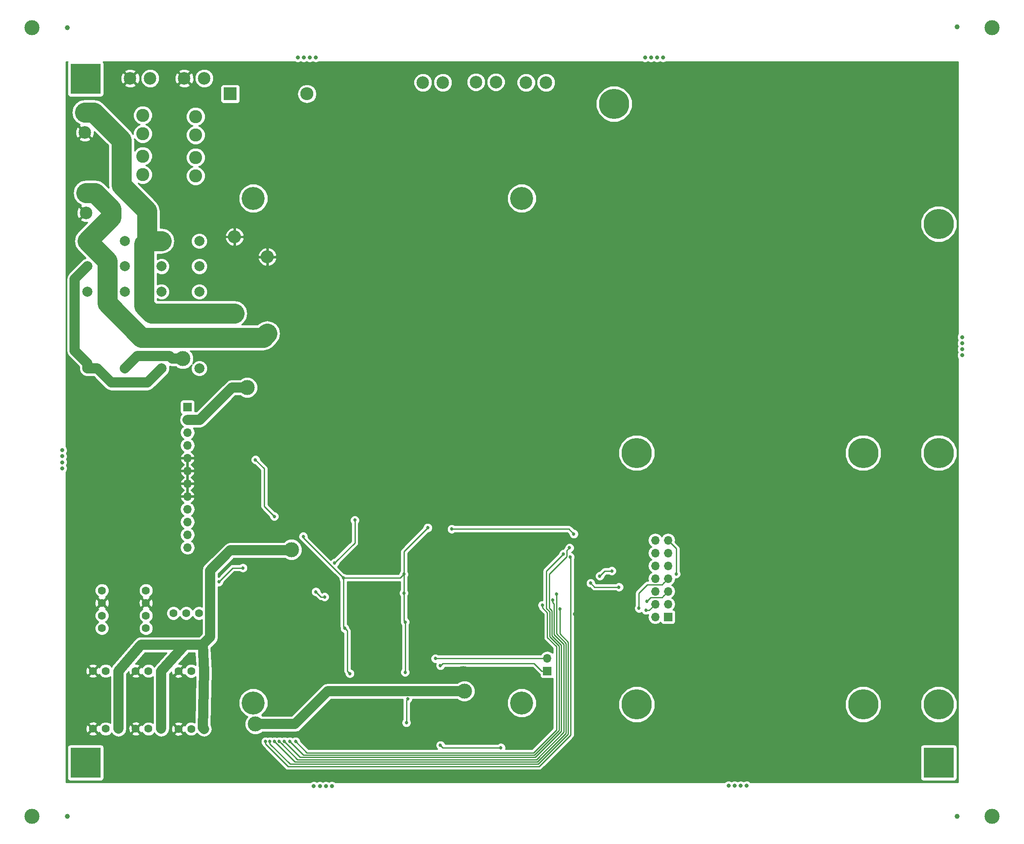
<source format=gbr>
G04 #@! TF.FileFunction,Copper,L2,Bot,Signal*
%FSLAX46Y46*%
G04 Gerber Fmt 4.6, Leading zero omitted, Abs format (unit mm)*
G04 Created by KiCad (PCBNEW 4.0.1-stable) date 7/17/2017 8:51:10 PM*
%MOMM*%
G01*
G04 APERTURE LIST*
%ADD10C,0.100000*%
%ADD11C,0.800000*%
%ADD12C,3.000000*%
%ADD13R,1.700000X1.700000*%
%ADD14O,1.700000X1.700000*%
%ADD15C,2.000000*%
%ADD16C,2.600000*%
%ADD17C,2.500000*%
%ADD18C,1.600000*%
%ADD19C,4.572000*%
%ADD20R,6.000000X6.000000*%
%ADD21C,6.000000*%
%ADD22C,1.000000*%
%ADD23R,2.600000X2.600000*%
%ADD24O,2.600000X2.600000*%
%ADD25C,0.685800*%
%ADD26C,2.000000*%
%ADD27C,0.250000*%
%ADD28C,4.000000*%
G04 APERTURE END LIST*
D10*
D11*
X75400000Y-23500000D03*
X79000000Y-23500000D03*
X77800000Y-23500000D03*
X76600000Y-23500000D03*
X78600000Y-168400000D03*
X82200000Y-168400000D03*
X81000000Y-168400000D03*
X79800000Y-168400000D03*
D12*
X22600000Y-17600000D03*
X213400000Y-17600000D03*
X213400000Y-174400000D03*
X22600000Y-174400000D03*
D11*
X28600000Y-104000000D03*
X28600000Y-102800000D03*
X28600000Y-101600000D03*
X28600000Y-105200000D03*
X162200000Y-168300000D03*
X163400000Y-168300000D03*
X164600000Y-168300000D03*
X161000000Y-168300000D03*
D13*
X148970000Y-134750000D03*
D14*
X146430000Y-134750000D03*
X148970000Y-132210000D03*
X146430000Y-132210000D03*
X148970000Y-129670000D03*
X146430000Y-129670000D03*
X148970000Y-127130000D03*
X146430000Y-127130000D03*
X148970000Y-124590000D03*
X146430000Y-124590000D03*
X148970000Y-122050000D03*
X146430000Y-122050000D03*
X148970000Y-119510000D03*
X146430000Y-119510000D03*
D15*
X55850000Y-85330000D03*
X48350000Y-85330000D03*
X48350000Y-65030000D03*
X48350000Y-59990000D03*
X55850000Y-59990000D03*
X55850000Y-65030000D03*
X55850000Y-70070000D03*
X48350000Y-70070000D03*
D16*
X44600000Y-35005000D03*
X44600000Y-46795000D03*
X44600000Y-38665000D03*
X44600000Y-43135000D03*
X55100000Y-35255000D03*
X55100000Y-47045000D03*
X55100000Y-38915000D03*
X55100000Y-43385000D03*
D13*
X53500000Y-93000000D03*
D14*
X53500000Y-95540000D03*
X53500000Y-98080000D03*
X53500000Y-100620000D03*
X53500000Y-103160000D03*
X53500000Y-105700000D03*
X53500000Y-108240000D03*
X53500000Y-110780000D03*
X53500000Y-113320000D03*
X53500000Y-115860000D03*
X53500000Y-118400000D03*
X53500000Y-120940000D03*
D17*
X42120000Y-27650000D03*
X46080000Y-27650000D03*
X52870000Y-27650000D03*
X56830000Y-27650000D03*
X100270000Y-28500000D03*
X104230000Y-28500000D03*
X120770000Y-28500000D03*
X124730000Y-28500000D03*
X110820000Y-28400000D03*
X114780000Y-28400000D03*
X33100000Y-38380000D03*
X33100000Y-34420000D03*
D18*
X45250000Y-131980000D03*
X45250000Y-134480000D03*
X45250000Y-136980000D03*
X45250000Y-129480000D03*
X36500000Y-131980000D03*
X36500000Y-134480000D03*
X36500000Y-136980000D03*
X36500000Y-129480000D03*
X54250000Y-145500000D03*
X56790000Y-145500000D03*
X51710000Y-145500000D03*
X45750000Y-145480000D03*
X48290000Y-145480000D03*
X43210000Y-145480000D03*
X37250000Y-145480000D03*
X39790000Y-145480000D03*
X34710000Y-145480000D03*
X54250000Y-157000000D03*
X56790000Y-157000000D03*
X51710000Y-157000000D03*
X45750000Y-156980000D03*
X48290000Y-156980000D03*
X43210000Y-156980000D03*
X37250000Y-156980000D03*
X39790000Y-156980000D03*
X34710000Y-156980000D03*
D19*
X66560000Y-151850000D03*
X66560000Y-51520000D03*
X119900000Y-51520000D03*
X119900000Y-151850000D03*
D20*
X33250000Y-163730000D03*
X33250000Y-27730000D03*
D21*
X138250000Y-32730000D03*
X202770000Y-56602000D03*
D20*
X202750000Y-163730000D03*
D21*
X202750000Y-152130000D03*
X187750000Y-152130000D03*
X142750000Y-152130000D03*
X202750000Y-102130000D03*
X142750000Y-102130000D03*
X187750000Y-102130000D03*
D18*
X53250000Y-134000000D03*
X55790000Y-134000000D03*
X50710000Y-134000000D03*
D13*
X124980000Y-145500000D03*
D14*
X124980000Y-142960000D03*
D11*
X145600000Y-23500000D03*
X146800000Y-23500000D03*
X148000000Y-23500000D03*
X144400000Y-23500000D03*
X207400000Y-81500000D03*
X207400000Y-80300000D03*
X207400000Y-79100000D03*
X207400000Y-82700000D03*
D22*
X29600000Y-17600000D03*
X206400000Y-17400000D03*
X206400000Y-174400000D03*
X29600000Y-174400000D03*
D23*
X62000000Y-30750000D03*
D24*
X77240000Y-30750000D03*
D23*
X62850000Y-74400000D03*
D24*
X62850000Y-59160000D03*
D17*
X33350000Y-54380000D03*
X33350000Y-50420000D03*
D15*
X41100000Y-85330000D03*
X33600000Y-85330000D03*
X33600000Y-65030000D03*
X33600000Y-59990000D03*
X41100000Y-59990000D03*
X41100000Y-65030000D03*
X41100000Y-70070000D03*
X33600000Y-70070000D03*
D23*
X69350000Y-78400000D03*
D24*
X69350000Y-63160000D03*
D25*
X76517920Y-77082447D03*
X64600000Y-83900000D03*
X53290000Y-124160000D03*
X148970000Y-122050000D03*
X130400000Y-134200000D03*
X132145700Y-125400000D03*
D12*
X108250000Y-146000000D03*
D25*
X90000000Y-151480000D03*
X83000000Y-147230000D03*
D12*
X70850000Y-41150000D03*
D25*
X90000000Y-139000000D03*
X83750000Y-144000000D03*
X82500000Y-152250000D03*
X83250000Y-158500000D03*
X101750000Y-158750000D03*
X94000000Y-157250000D03*
X82000000Y-122500000D03*
X77000000Y-121000000D03*
X64750000Y-114000000D03*
X71500000Y-107750000D03*
X118500000Y-159000000D03*
X114250000Y-158750000D03*
X111000000Y-158750000D03*
X107250000Y-158750000D03*
X60750000Y-100000000D03*
X60250000Y-98250000D03*
X58500000Y-111500000D03*
X59250000Y-109000000D03*
X59250000Y-107230000D03*
X63600000Y-92400000D03*
X83250000Y-79250000D03*
X103250000Y-79250000D03*
X96500000Y-76000000D03*
X101000000Y-129000000D03*
X101500000Y-138500000D03*
X99000000Y-139500000D03*
X94750000Y-146250000D03*
X101250000Y-145500000D03*
X82500000Y-137500000D03*
D12*
X65350002Y-89150000D03*
D25*
X139200000Y-128800000D03*
X133600000Y-128000000D03*
X130250000Y-118250000D03*
X106000000Y-117250000D03*
X97250000Y-151042910D03*
X101250000Y-117000000D03*
X76500006Y-118750000D03*
X97000000Y-155750000D03*
X96750000Y-145750000D03*
X96750000Y-135750000D03*
X96500000Y-130000000D03*
X96500000Y-126250000D03*
D12*
X74150000Y-121350000D03*
D25*
X85750000Y-146000000D03*
X84750000Y-137000000D03*
X84500000Y-127000000D03*
X64500000Y-125000000D03*
X59750000Y-127750000D03*
D12*
X108500000Y-149500000D03*
X67000000Y-156000000D03*
D25*
X150600000Y-126200000D03*
X103732065Y-144417401D03*
X102750000Y-143000000D03*
X129524444Y-122843294D03*
X68999998Y-159500000D03*
X80749996Y-130750000D03*
X79000002Y-129750000D03*
X82749996Y-124000000D03*
X86750000Y-115500000D03*
X126067910Y-131400000D03*
X71750000Y-159500000D03*
X126800000Y-130200000D03*
X70771626Y-159500000D03*
X69885813Y-159500000D03*
X127467954Y-133200000D03*
X137800000Y-125600000D03*
X135400000Y-126600000D03*
X144600000Y-133400000D03*
X144800000Y-131600000D03*
X143200000Y-133000000D03*
X115750002Y-160749998D03*
X103750000Y-160250000D03*
X70750000Y-114750000D03*
X67000000Y-103500000D03*
X123999996Y-132400000D03*
X75000000Y-159500008D03*
X129400000Y-121000000D03*
X72750000Y-159500000D03*
X128200000Y-122200006D03*
X73807834Y-159502402D03*
D12*
X52600000Y-83400000D03*
D26*
X108250000Y-146000000D02*
X108500000Y-146250000D01*
X63228682Y-89150000D02*
X65350002Y-89150000D01*
X62350000Y-89150000D02*
X63228682Y-89150000D01*
X55960000Y-95540000D02*
X62350000Y-89150000D01*
X53500000Y-95540000D02*
X55960000Y-95540000D01*
X33600000Y-65030000D02*
X31100000Y-67530000D01*
X31100000Y-67530000D02*
X31100000Y-81830002D01*
X31100000Y-81830002D02*
X33599999Y-84330001D01*
X33599999Y-84330001D02*
X33600000Y-85330000D01*
X38350000Y-88150000D02*
X45530000Y-88150000D01*
X45530000Y-88150000D02*
X48350000Y-85330000D01*
X35530000Y-85330000D02*
X38350000Y-88150000D01*
X33600000Y-85330000D02*
X35530000Y-85330000D01*
D27*
X139200000Y-128800000D02*
X134400000Y-128800000D01*
X134400000Y-128800000D02*
X133600000Y-128000000D01*
D26*
X59250000Y-124250000D02*
X61250000Y-122250000D01*
X61250000Y-122250000D02*
X62000000Y-121500000D01*
X58000000Y-125500000D02*
X61250000Y-122250000D01*
D27*
X59250000Y-124250000D02*
X58000000Y-125500000D01*
D26*
X56500000Y-140250000D02*
X58000000Y-138750000D01*
X58000000Y-138750000D02*
X58000000Y-125500000D01*
D27*
X120000000Y-117250000D02*
X129250000Y-117250000D01*
X129250000Y-117250000D02*
X130250000Y-118250000D01*
X106000000Y-117250000D02*
X120000000Y-117250000D01*
X120000000Y-117250000D02*
X120250920Y-117250000D01*
D26*
X56790000Y-145500000D02*
X56540000Y-156750000D01*
X56540000Y-156750000D02*
X56790000Y-157000000D01*
X48290000Y-156980000D02*
X48290000Y-145480000D01*
X39790000Y-145480000D02*
X39790000Y-156980000D01*
X53040000Y-140250000D02*
X44290000Y-140250000D01*
X44290000Y-140250000D02*
X39790000Y-145480000D01*
X56500000Y-140250000D02*
X53040000Y-140250000D01*
X53040000Y-140250000D02*
X48290000Y-145480000D01*
X56500000Y-140250000D02*
X56540000Y-140290000D01*
X56540000Y-140290000D02*
X56790000Y-145500000D01*
D27*
X97000000Y-151292910D02*
X97250000Y-151042910D01*
X97000000Y-155750000D02*
X97000000Y-151292910D01*
X96500000Y-126250000D02*
X96500000Y-121750000D01*
X96500000Y-121750000D02*
X101250000Y-117000000D01*
X76500006Y-119000006D02*
X76500006Y-118750000D01*
X84500000Y-127000000D02*
X76500006Y-119000006D01*
D26*
X74000000Y-121500000D02*
X74150000Y-121350000D01*
X62000000Y-121500000D02*
X74000000Y-121500000D01*
D27*
X96750000Y-135750000D02*
X96750000Y-145750000D01*
X96500000Y-130000000D02*
X96500000Y-135500000D01*
X96500000Y-135500000D02*
X96750000Y-135750000D01*
X96500000Y-126250000D02*
X96500000Y-130000000D01*
X84500000Y-127000000D02*
X95750000Y-127000000D01*
X95750000Y-127000000D02*
X96500000Y-126250000D01*
X84750000Y-137000000D02*
X85250000Y-137500000D01*
X85250000Y-137500000D02*
X85250000Y-145500000D01*
X85250000Y-145500000D02*
X85750000Y-146000000D01*
X84500000Y-127000000D02*
X84500000Y-136750000D01*
X84500000Y-136750000D02*
X84750000Y-137000000D01*
X62500000Y-125000000D02*
X64500000Y-125000000D01*
X59750000Y-127750000D02*
X62500000Y-125000000D01*
D28*
X33100000Y-34420000D02*
X34867766Y-34420000D01*
X34867766Y-34420000D02*
X40350000Y-39902234D01*
X40350000Y-39902234D02*
X40350000Y-48900000D01*
X40350000Y-48900000D02*
X45426506Y-53976506D01*
X45426506Y-53976506D02*
X45426506Y-59990000D01*
X62850000Y-74400000D02*
X46379999Y-74400000D01*
X44850000Y-72870001D02*
X44850000Y-60566506D01*
X46379999Y-74400000D02*
X44850000Y-72870001D01*
X44850000Y-60566506D02*
X45426506Y-59990000D01*
X46935787Y-59990000D02*
X48350000Y-59990000D01*
X45426506Y-59990000D02*
X46935787Y-59990000D01*
D26*
X106378680Y-149500000D02*
X108500000Y-149500000D01*
X74878680Y-156000000D02*
X81378680Y-149500000D01*
X67000000Y-156000000D02*
X74878680Y-156000000D01*
X81378680Y-149500000D02*
X106378680Y-149500000D01*
D27*
X150600000Y-125715067D02*
X150600000Y-126200000D01*
X150600000Y-121140000D02*
X150600000Y-125715067D01*
X148970000Y-119510000D02*
X150600000Y-121140000D01*
X104250000Y-144000000D02*
X122380000Y-144000000D01*
X122380000Y-144000000D02*
X123880000Y-145500000D01*
X123880000Y-145500000D02*
X124980000Y-145500000D01*
X103732065Y-144417401D02*
X103899466Y-144250000D01*
X103899466Y-144250000D02*
X104000000Y-144250000D01*
X104000000Y-144250000D02*
X104250000Y-144000000D01*
X102750000Y-143000000D02*
X124940000Y-143000000D01*
X124940000Y-143000000D02*
X124980000Y-142960000D01*
X129524444Y-122843294D02*
X129600000Y-122918850D01*
X68999998Y-159984933D02*
X68999998Y-159500000D01*
X129600000Y-122918850D02*
X129600000Y-158218466D01*
X129600000Y-158218466D02*
X123368402Y-164450064D01*
X123368402Y-164450064D02*
X73465129Y-164450064D01*
X73465129Y-164450064D02*
X68999998Y-159984933D01*
X80325732Y-130750000D02*
X80749996Y-130750000D01*
X80000002Y-130750000D02*
X80325732Y-130750000D01*
X79000002Y-129750000D02*
X80000002Y-130750000D01*
X86750000Y-119999996D02*
X83049995Y-123700001D01*
X86750000Y-115500000D02*
X86750000Y-119999996D01*
X83049995Y-123700001D02*
X82749996Y-124000000D01*
X128249967Y-157659266D02*
X122809202Y-163100031D01*
X122809202Y-163100031D02*
X75350031Y-163100031D01*
X126067910Y-131884933D02*
X126350033Y-132167056D01*
X75350031Y-163100031D02*
X72092899Y-159842899D01*
X72092899Y-159842899D02*
X71750000Y-159500000D01*
X126350033Y-132167056D02*
X126350033Y-138277212D01*
X126067910Y-131400000D02*
X126067910Y-131884933D01*
X128249967Y-140177146D02*
X128249967Y-157659266D01*
X126350033Y-138277212D02*
X128249967Y-140177146D01*
X128699978Y-157845666D02*
X128699978Y-139990746D01*
X128699978Y-139990746D02*
X126800044Y-138090812D01*
X126800044Y-138090812D02*
X126800044Y-130684977D01*
X126800044Y-130684977D02*
X126800000Y-130684933D01*
X126800000Y-130684933D02*
X126800000Y-130200000D01*
X122995602Y-163550042D02*
X128699978Y-157845666D01*
X70771626Y-159500000D02*
X74821668Y-163550042D01*
X74821668Y-163550042D02*
X122995602Y-163550042D01*
X69885813Y-159984933D02*
X69885813Y-159500000D01*
X73900933Y-164000053D02*
X69885813Y-159984933D01*
X129149989Y-158032066D02*
X123182002Y-164000053D01*
X127467954Y-138067954D02*
X129149989Y-139749990D01*
X127467954Y-133200000D02*
X127467954Y-138067954D01*
X123182002Y-164000053D02*
X73900933Y-164000053D01*
X129149989Y-139749990D02*
X129149989Y-158032066D01*
X135400000Y-126600000D02*
X136400000Y-125600000D01*
X136400000Y-125600000D02*
X137800000Y-125600000D01*
X144600000Y-133400000D02*
X145240000Y-133400000D01*
X145240000Y-133400000D02*
X146430000Y-132210000D01*
X144800000Y-131600000D02*
X145554999Y-130845001D01*
X145554999Y-130845001D02*
X147794999Y-130845001D01*
X147794999Y-130845001D02*
X148120001Y-130519999D01*
X148120001Y-130519999D02*
X148970000Y-129670000D01*
X143200000Y-133000000D02*
X143200000Y-130000000D01*
X143200000Y-130000000D02*
X144894999Y-128305001D01*
X144894999Y-128305001D02*
X147794999Y-128305001D01*
X147794999Y-128305001D02*
X148120001Y-127979999D01*
X148120001Y-127979999D02*
X148970000Y-127130000D01*
X115325738Y-160749998D02*
X115750002Y-160749998D01*
X103750000Y-160250000D02*
X104249998Y-160749998D01*
X104249998Y-160749998D02*
X115325738Y-160749998D01*
X68750000Y-112750000D02*
X70750000Y-114750000D01*
X68750000Y-105250000D02*
X68750000Y-112750000D01*
X67000000Y-103500000D02*
X68750000Y-105250000D01*
X75000000Y-159500008D02*
X77249990Y-161749998D01*
X77249990Y-161749998D02*
X122250002Y-161749998D01*
X122250002Y-161749998D02*
X126800000Y-157200000D01*
X126800000Y-157200000D02*
X126800000Y-140636410D01*
X126800000Y-140636410D02*
X125000000Y-138836410D01*
X125000000Y-138836410D02*
X125000000Y-133884937D01*
X125000000Y-133884937D02*
X123999996Y-132884933D01*
X123999996Y-132884933D02*
X123999996Y-132400000D01*
X128867901Y-122720593D02*
X125400000Y-126188494D01*
X127799956Y-157472866D02*
X122622802Y-162650020D01*
X127799956Y-140363546D02*
X127799956Y-157472866D01*
X122622802Y-162650020D02*
X75900020Y-162650020D01*
X73092899Y-159842899D02*
X72750000Y-159500000D01*
X75900020Y-162650020D02*
X73092899Y-159842899D01*
X125900022Y-138463612D02*
X127799956Y-140363546D01*
X125400000Y-133012111D02*
X125900022Y-133512133D01*
X125400000Y-126188494D02*
X125400000Y-133012111D01*
X128867901Y-121532099D02*
X128867901Y-122720593D01*
X129400000Y-121000000D02*
X128867901Y-121532099D01*
X125900022Y-133512133D02*
X125900022Y-138463612D01*
X74150733Y-159845301D02*
X73807834Y-159502402D01*
X124800000Y-133048522D02*
X125450011Y-133698533D01*
X76505441Y-162200009D02*
X74150733Y-159845301D01*
X122436402Y-162200009D02*
X76505441Y-162200009D01*
X127349945Y-157286466D02*
X122436402Y-162200009D01*
X127349945Y-140549946D02*
X127349945Y-157286466D01*
X125450011Y-138650012D02*
X127349945Y-140549946D01*
X125450011Y-133698533D02*
X125450011Y-138650012D01*
X128200000Y-122200006D02*
X124800000Y-125600006D01*
X124800000Y-125600006D02*
X124800000Y-133048522D01*
D26*
X50478680Y-83400000D02*
X52600000Y-83400000D01*
X49978680Y-82900000D02*
X50478680Y-83400000D01*
X43530000Y-82900000D02*
X49978680Y-82900000D01*
X41100000Y-85330000D02*
X43530000Y-82900000D01*
D28*
X38350000Y-55240000D02*
X38350000Y-53652234D01*
X38350000Y-53652234D02*
X35117766Y-50420000D01*
X35117766Y-50420000D02*
X33350000Y-50420000D01*
X33600000Y-59990000D02*
X38350000Y-55240000D01*
X69350000Y-78400000D02*
X68550001Y-79199999D01*
X68550001Y-79199999D02*
X44393999Y-79199999D01*
X44393999Y-79199999D02*
X37600000Y-72406000D01*
X37600000Y-72406000D02*
X37600000Y-63990000D01*
X37600000Y-63990000D02*
X34599999Y-60989999D01*
X34599999Y-60989999D02*
X33600000Y-59990000D01*
D27*
G36*
X29662962Y-24482076D02*
X29612756Y-24730000D01*
X29612756Y-30730000D01*
X29656337Y-30961611D01*
X29793219Y-31174332D01*
X30002076Y-31317038D01*
X30250000Y-31367244D01*
X36250000Y-31367244D01*
X36481611Y-31323663D01*
X36694332Y-31186781D01*
X36837038Y-30977924D01*
X36887244Y-30730000D01*
X36887244Y-28976551D01*
X40970225Y-28976551D01*
X41099844Y-29266788D01*
X41796217Y-29534114D01*
X42541882Y-29514600D01*
X43140156Y-29266788D01*
X43269775Y-28976551D01*
X42120000Y-27826777D01*
X40970225Y-28976551D01*
X36887244Y-28976551D01*
X36887244Y-27326217D01*
X40235886Y-27326217D01*
X40255400Y-28071882D01*
X40503212Y-28670156D01*
X40793449Y-28799775D01*
X41943223Y-27650000D01*
X42296777Y-27650000D01*
X43446551Y-28799775D01*
X43736788Y-28670156D01*
X43985863Y-28021324D01*
X44204676Y-28021324D01*
X44489526Y-28710714D01*
X45016511Y-29238620D01*
X45705403Y-29524673D01*
X46451324Y-29525324D01*
X47140714Y-29240474D01*
X47405098Y-28976551D01*
X51720225Y-28976551D01*
X51849844Y-29266788D01*
X52546217Y-29534114D01*
X53291882Y-29514600D01*
X53890156Y-29266788D01*
X54019775Y-28976551D01*
X52870000Y-27826777D01*
X51720225Y-28976551D01*
X47405098Y-28976551D01*
X47668620Y-28713489D01*
X47954673Y-28024597D01*
X47955282Y-27326217D01*
X50985886Y-27326217D01*
X51005400Y-28071882D01*
X51253212Y-28670156D01*
X51543449Y-28799775D01*
X52693223Y-27650000D01*
X53046777Y-27650000D01*
X54196551Y-28799775D01*
X54486788Y-28670156D01*
X54735863Y-28021324D01*
X54954676Y-28021324D01*
X55239526Y-28710714D01*
X55766511Y-29238620D01*
X56455403Y-29524673D01*
X57201324Y-29525324D01*
X57383622Y-29450000D01*
X60062756Y-29450000D01*
X60062756Y-32050000D01*
X60106337Y-32281611D01*
X60243219Y-32494332D01*
X60452076Y-32637038D01*
X60700000Y-32687244D01*
X63300000Y-32687244D01*
X63531611Y-32643663D01*
X63744332Y-32506781D01*
X63887038Y-32297924D01*
X63937244Y-32050000D01*
X63937244Y-30750000D01*
X75277287Y-30750000D01*
X75423819Y-31486666D01*
X75841106Y-32111181D01*
X76465621Y-32528468D01*
X77202287Y-32675000D01*
X77277713Y-32675000D01*
X78014379Y-32528468D01*
X78638894Y-32111181D01*
X79056181Y-31486666D01*
X79202713Y-30750000D01*
X79056181Y-30013334D01*
X78638894Y-29388819D01*
X78014379Y-28971532D01*
X77510600Y-28871324D01*
X98394676Y-28871324D01*
X98679526Y-29560714D01*
X99206511Y-30088620D01*
X99895403Y-30374673D01*
X100641324Y-30375324D01*
X101330714Y-30090474D01*
X101858620Y-29563489D01*
X102144673Y-28874597D01*
X102144675Y-28871324D01*
X102354676Y-28871324D01*
X102639526Y-29560714D01*
X103166511Y-30088620D01*
X103855403Y-30374673D01*
X104601324Y-30375324D01*
X105290714Y-30090474D01*
X105818620Y-29563489D01*
X106104673Y-28874597D01*
X106104763Y-28771324D01*
X108944676Y-28771324D01*
X109229526Y-29460714D01*
X109756511Y-29988620D01*
X110445403Y-30274673D01*
X111191324Y-30275324D01*
X111880714Y-29990474D01*
X112408620Y-29463489D01*
X112694673Y-28774597D01*
X112694675Y-28771324D01*
X112904676Y-28771324D01*
X113189526Y-29460714D01*
X113716511Y-29988620D01*
X114405403Y-30274673D01*
X115151324Y-30275324D01*
X115840714Y-29990474D01*
X116368620Y-29463489D01*
X116614508Y-28871324D01*
X118894676Y-28871324D01*
X119179526Y-29560714D01*
X119706511Y-30088620D01*
X120395403Y-30374673D01*
X121141324Y-30375324D01*
X121830714Y-30090474D01*
X122358620Y-29563489D01*
X122644673Y-28874597D01*
X122644675Y-28871324D01*
X122854676Y-28871324D01*
X123139526Y-29560714D01*
X123666511Y-30088620D01*
X124355403Y-30374673D01*
X125101324Y-30375324D01*
X125790714Y-30090474D01*
X126318620Y-29563489D01*
X126604673Y-28874597D01*
X126605324Y-28128676D01*
X126320474Y-27439286D01*
X125793489Y-26911380D01*
X125104597Y-26625327D01*
X124358676Y-26624676D01*
X123669286Y-26909526D01*
X123141380Y-27436511D01*
X122855327Y-28125403D01*
X122854676Y-28871324D01*
X122644675Y-28871324D01*
X122645324Y-28128676D01*
X122360474Y-27439286D01*
X121833489Y-26911380D01*
X121144597Y-26625327D01*
X120398676Y-26624676D01*
X119709286Y-26909526D01*
X119181380Y-27436511D01*
X118895327Y-28125403D01*
X118894676Y-28871324D01*
X116614508Y-28871324D01*
X116654673Y-28774597D01*
X116655324Y-28028676D01*
X116370474Y-27339286D01*
X115843489Y-26811380D01*
X115154597Y-26525327D01*
X114408676Y-26524676D01*
X113719286Y-26809526D01*
X113191380Y-27336511D01*
X112905327Y-28025403D01*
X112904676Y-28771324D01*
X112694675Y-28771324D01*
X112695324Y-28028676D01*
X112410474Y-27339286D01*
X111883489Y-26811380D01*
X111194597Y-26525327D01*
X110448676Y-26524676D01*
X109759286Y-26809526D01*
X109231380Y-27336511D01*
X108945327Y-28025403D01*
X108944676Y-28771324D01*
X106104763Y-28771324D01*
X106105324Y-28128676D01*
X105820474Y-27439286D01*
X105293489Y-26911380D01*
X104604597Y-26625327D01*
X103858676Y-26624676D01*
X103169286Y-26909526D01*
X102641380Y-27436511D01*
X102355327Y-28125403D01*
X102354676Y-28871324D01*
X102144675Y-28871324D01*
X102145324Y-28128676D01*
X101860474Y-27439286D01*
X101333489Y-26911380D01*
X100644597Y-26625327D01*
X99898676Y-26624676D01*
X99209286Y-26909526D01*
X98681380Y-27436511D01*
X98395327Y-28125403D01*
X98394676Y-28871324D01*
X77510600Y-28871324D01*
X77277713Y-28825000D01*
X77202287Y-28825000D01*
X76465621Y-28971532D01*
X75841106Y-29388819D01*
X75423819Y-30013334D01*
X75277287Y-30750000D01*
X63937244Y-30750000D01*
X63937244Y-29450000D01*
X63893663Y-29218389D01*
X63756781Y-29005668D01*
X63547924Y-28862962D01*
X63300000Y-28812756D01*
X60700000Y-28812756D01*
X60468389Y-28856337D01*
X60255668Y-28993219D01*
X60112962Y-29202076D01*
X60062756Y-29450000D01*
X57383622Y-29450000D01*
X57890714Y-29240474D01*
X58418620Y-28713489D01*
X58704673Y-28024597D01*
X58705324Y-27278676D01*
X58420474Y-26589286D01*
X57893489Y-26061380D01*
X57204597Y-25775327D01*
X56458676Y-25774676D01*
X55769286Y-26059526D01*
X55241380Y-26586511D01*
X54955327Y-27275403D01*
X54954676Y-28021324D01*
X54735863Y-28021324D01*
X54754114Y-27973783D01*
X54734600Y-27228118D01*
X54486788Y-26629844D01*
X54196551Y-26500225D01*
X53046777Y-27650000D01*
X52693223Y-27650000D01*
X51543449Y-26500225D01*
X51253212Y-26629844D01*
X50985886Y-27326217D01*
X47955282Y-27326217D01*
X47955324Y-27278676D01*
X47670474Y-26589286D01*
X47405101Y-26323449D01*
X51720225Y-26323449D01*
X52870000Y-27473223D01*
X54019775Y-26323449D01*
X53890156Y-26033212D01*
X53193783Y-25765886D01*
X52448118Y-25785400D01*
X51849844Y-26033212D01*
X51720225Y-26323449D01*
X47405101Y-26323449D01*
X47143489Y-26061380D01*
X46454597Y-25775327D01*
X45708676Y-25774676D01*
X45019286Y-26059526D01*
X44491380Y-26586511D01*
X44205327Y-27275403D01*
X44204676Y-28021324D01*
X43985863Y-28021324D01*
X44004114Y-27973783D01*
X43984600Y-27228118D01*
X43736788Y-26629844D01*
X43446551Y-26500225D01*
X42296777Y-27650000D01*
X41943223Y-27650000D01*
X40793449Y-26500225D01*
X40503212Y-26629844D01*
X40235886Y-27326217D01*
X36887244Y-27326217D01*
X36887244Y-26323449D01*
X40970225Y-26323449D01*
X42120000Y-27473223D01*
X43269775Y-26323449D01*
X43140156Y-26033212D01*
X42443783Y-25765886D01*
X41698118Y-25785400D01*
X41099844Y-26033212D01*
X40970225Y-26323449D01*
X36887244Y-26323449D01*
X36887244Y-24730000D01*
X36843663Y-24498389D01*
X36764264Y-24375000D01*
X74834410Y-24375000D01*
X75195220Y-24524822D01*
X75602991Y-24525178D01*
X75966447Y-24375000D01*
X76034410Y-24375000D01*
X76395220Y-24524822D01*
X76802991Y-24525178D01*
X77166447Y-24375000D01*
X77234410Y-24375000D01*
X77595220Y-24524822D01*
X78002991Y-24525178D01*
X78366447Y-24375000D01*
X78434410Y-24375000D01*
X78795220Y-24524822D01*
X79202991Y-24525178D01*
X79566447Y-24375000D01*
X143834410Y-24375000D01*
X144195220Y-24524822D01*
X144602991Y-24525178D01*
X144966447Y-24375000D01*
X145034410Y-24375000D01*
X145395220Y-24524822D01*
X145802991Y-24525178D01*
X146166447Y-24375000D01*
X146234410Y-24375000D01*
X146595220Y-24524822D01*
X147002991Y-24525178D01*
X147366447Y-24375000D01*
X147434410Y-24375000D01*
X147795220Y-24524822D01*
X148202991Y-24525178D01*
X148566447Y-24375000D01*
X206625000Y-24375000D01*
X206625000Y-78425343D01*
X206531554Y-78518626D01*
X206375178Y-78895220D01*
X206374822Y-79302991D01*
X206530541Y-79679857D01*
X206550431Y-79699782D01*
X206531554Y-79718626D01*
X206375178Y-80095220D01*
X206374822Y-80502991D01*
X206530541Y-80879857D01*
X206550431Y-80899782D01*
X206531554Y-80918626D01*
X206375178Y-81295220D01*
X206374822Y-81702991D01*
X206530541Y-82079857D01*
X206550431Y-82099782D01*
X206531554Y-82118626D01*
X206375178Y-82495220D01*
X206374822Y-82902991D01*
X206530541Y-83279857D01*
X206625000Y-83374481D01*
X206625000Y-167625000D01*
X165374482Y-167625000D01*
X165181374Y-167431554D01*
X164804780Y-167275178D01*
X164397009Y-167274822D01*
X164020143Y-167430541D01*
X164000218Y-167450431D01*
X163981374Y-167431554D01*
X163604780Y-167275178D01*
X163197009Y-167274822D01*
X162820143Y-167430541D01*
X162800218Y-167450431D01*
X162781374Y-167431554D01*
X162404780Y-167275178D01*
X161997009Y-167274822D01*
X161620143Y-167430541D01*
X161600218Y-167450431D01*
X161581374Y-167431554D01*
X161204780Y-167275178D01*
X160797009Y-167274822D01*
X160420143Y-167430541D01*
X160225344Y-167625000D01*
X82874657Y-167625000D01*
X82781374Y-167531554D01*
X82404780Y-167375178D01*
X81997009Y-167374822D01*
X81620143Y-167530541D01*
X81600218Y-167550431D01*
X81581374Y-167531554D01*
X81204780Y-167375178D01*
X80797009Y-167374822D01*
X80420143Y-167530541D01*
X80400218Y-167550431D01*
X80381374Y-167531554D01*
X80004780Y-167375178D01*
X79597009Y-167374822D01*
X79220143Y-167530541D01*
X79200218Y-167550431D01*
X79181374Y-167531554D01*
X78804780Y-167375178D01*
X78397009Y-167374822D01*
X78020143Y-167530541D01*
X77925519Y-167625000D01*
X29375000Y-167625000D01*
X29375000Y-160730000D01*
X29612756Y-160730000D01*
X29612756Y-166730000D01*
X29656337Y-166961611D01*
X29793219Y-167174332D01*
X30002076Y-167317038D01*
X30250000Y-167367244D01*
X36250000Y-167367244D01*
X36481611Y-167323663D01*
X36694332Y-167186781D01*
X36837038Y-166977924D01*
X36887244Y-166730000D01*
X36887244Y-160730000D01*
X36843663Y-160498389D01*
X36706781Y-160285668D01*
X36497924Y-160142962D01*
X36250000Y-160092756D01*
X30250000Y-160092756D01*
X30018389Y-160136337D01*
X29805668Y-160273219D01*
X29662962Y-160482076D01*
X29612756Y-160730000D01*
X29375000Y-160730000D01*
X29375000Y-159691683D01*
X68031931Y-159691683D01*
X68178974Y-160047555D01*
X68283228Y-160151991D01*
X68307088Y-160271946D01*
X68469668Y-160515263D01*
X72934799Y-164980394D01*
X73178116Y-165142974D01*
X73465129Y-165200064D01*
X123368402Y-165200064D01*
X123655415Y-165142974D01*
X123898732Y-164980394D01*
X128149126Y-160730000D01*
X199112756Y-160730000D01*
X199112756Y-166730000D01*
X199156337Y-166961611D01*
X199293219Y-167174332D01*
X199502076Y-167317038D01*
X199750000Y-167367244D01*
X205750000Y-167367244D01*
X205981611Y-167323663D01*
X206194332Y-167186781D01*
X206337038Y-166977924D01*
X206387244Y-166730000D01*
X206387244Y-160730000D01*
X206343663Y-160498389D01*
X206206781Y-160285668D01*
X205997924Y-160142962D01*
X205750000Y-160092756D01*
X199750000Y-160092756D01*
X199518389Y-160136337D01*
X199305668Y-160273219D01*
X199162962Y-160482076D01*
X199112756Y-160730000D01*
X128149126Y-160730000D01*
X130130330Y-158748796D01*
X130292910Y-158505479D01*
X130350000Y-158218466D01*
X130350000Y-152847894D01*
X139124372Y-152847894D01*
X139675083Y-154180715D01*
X140693921Y-155201334D01*
X142025780Y-155754369D01*
X143467894Y-155755628D01*
X144800715Y-155204917D01*
X145821334Y-154186079D01*
X146374369Y-152854220D01*
X146374374Y-152847894D01*
X184124372Y-152847894D01*
X184675083Y-154180715D01*
X185693921Y-155201334D01*
X187025780Y-155754369D01*
X188467894Y-155755628D01*
X189800715Y-155204917D01*
X190821334Y-154186079D01*
X191374369Y-152854220D01*
X191374374Y-152847894D01*
X199124372Y-152847894D01*
X199675083Y-154180715D01*
X200693921Y-155201334D01*
X202025780Y-155754369D01*
X203467894Y-155755628D01*
X204800715Y-155204917D01*
X205821334Y-154186079D01*
X206374369Y-152854220D01*
X206375628Y-151412106D01*
X205824917Y-150079285D01*
X204806079Y-149058666D01*
X203474220Y-148505631D01*
X202032106Y-148504372D01*
X200699285Y-149055083D01*
X199678666Y-150073921D01*
X199125631Y-151405780D01*
X199124372Y-152847894D01*
X191374374Y-152847894D01*
X191375628Y-151412106D01*
X190824917Y-150079285D01*
X189806079Y-149058666D01*
X188474220Y-148505631D01*
X187032106Y-148504372D01*
X185699285Y-149055083D01*
X184678666Y-150073921D01*
X184125631Y-151405780D01*
X184124372Y-152847894D01*
X146374374Y-152847894D01*
X146375628Y-151412106D01*
X145824917Y-150079285D01*
X144806079Y-149058666D01*
X143474220Y-148505631D01*
X142032106Y-148504372D01*
X140699285Y-149055083D01*
X139678666Y-150073921D01*
X139125631Y-151405780D01*
X139124372Y-152847894D01*
X130350000Y-152847894D01*
X130350000Y-133191683D01*
X142231933Y-133191683D01*
X142378976Y-133547555D01*
X142651013Y-133820067D01*
X143006628Y-133967731D01*
X143391683Y-133968067D01*
X143729737Y-133828386D01*
X143778976Y-133947555D01*
X144051013Y-134220067D01*
X144406628Y-134367731D01*
X144791683Y-134368067D01*
X145020915Y-134273351D01*
X144926103Y-134750000D01*
X145038381Y-135314458D01*
X145358120Y-135792983D01*
X145836645Y-136112722D01*
X146401103Y-136225000D01*
X146458897Y-136225000D01*
X147023355Y-136112722D01*
X147501880Y-135792983D01*
X147515292Y-135772911D01*
X147526337Y-135831611D01*
X147663219Y-136044332D01*
X147872076Y-136187038D01*
X148120000Y-136237244D01*
X149820000Y-136237244D01*
X150051611Y-136193663D01*
X150264332Y-136056781D01*
X150407038Y-135847924D01*
X150457244Y-135600000D01*
X150457244Y-133900000D01*
X150413663Y-133668389D01*
X150276781Y-133455668D01*
X150067924Y-133312962D01*
X149979050Y-133294965D01*
X150041880Y-133252983D01*
X150361619Y-132774458D01*
X150473897Y-132210000D01*
X150361619Y-131645542D01*
X150041880Y-131167017D01*
X149702124Y-130940000D01*
X150041880Y-130712983D01*
X150361619Y-130234458D01*
X150473897Y-129670000D01*
X150361619Y-129105542D01*
X150041880Y-128627017D01*
X149702124Y-128400000D01*
X150041880Y-128172983D01*
X150361619Y-127694458D01*
X150466381Y-127167783D01*
X150791683Y-127168067D01*
X151147555Y-127021024D01*
X151420067Y-126748987D01*
X151567731Y-126393372D01*
X151568067Y-126008317D01*
X151421024Y-125652445D01*
X151350000Y-125581297D01*
X151350000Y-121140000D01*
X151292910Y-120852987D01*
X151130330Y-120609670D01*
X150400359Y-119879699D01*
X150473897Y-119510000D01*
X150361619Y-118945542D01*
X150041880Y-118467017D01*
X149563355Y-118147278D01*
X148998897Y-118035000D01*
X148941103Y-118035000D01*
X148376645Y-118147278D01*
X147898120Y-118467017D01*
X147700000Y-118763526D01*
X147501880Y-118467017D01*
X147023355Y-118147278D01*
X146458897Y-118035000D01*
X146401103Y-118035000D01*
X145836645Y-118147278D01*
X145358120Y-118467017D01*
X145038381Y-118945542D01*
X144926103Y-119510000D01*
X145038381Y-120074458D01*
X145358120Y-120552983D01*
X145697876Y-120780000D01*
X145358120Y-121007017D01*
X145038381Y-121485542D01*
X144926103Y-122050000D01*
X145038381Y-122614458D01*
X145358120Y-123092983D01*
X145697876Y-123320000D01*
X145358120Y-123547017D01*
X145038381Y-124025542D01*
X144926103Y-124590000D01*
X145038381Y-125154458D01*
X145358120Y-125632983D01*
X145697876Y-125860000D01*
X145358120Y-126087017D01*
X145038381Y-126565542D01*
X144926103Y-127130000D01*
X145010641Y-127555001D01*
X144894999Y-127555001D01*
X144607986Y-127612091D01*
X144401592Y-127750000D01*
X144364669Y-127774671D01*
X142669670Y-129469670D01*
X142507090Y-129712987D01*
X142450000Y-130000000D01*
X142450000Y-132381068D01*
X142379933Y-132451013D01*
X142232269Y-132806628D01*
X142231933Y-133191683D01*
X130350000Y-133191683D01*
X130350000Y-128191683D01*
X132631933Y-128191683D01*
X132778976Y-128547555D01*
X133051013Y-128820067D01*
X133406628Y-128967731D01*
X133507159Y-128967819D01*
X133869670Y-129330330D01*
X134112987Y-129492910D01*
X134400000Y-129550000D01*
X138581068Y-129550000D01*
X138651013Y-129620067D01*
X139006628Y-129767731D01*
X139391683Y-129768067D01*
X139747555Y-129621024D01*
X140020067Y-129348987D01*
X140167731Y-128993372D01*
X140168067Y-128608317D01*
X140021024Y-128252445D01*
X139748987Y-127979933D01*
X139393372Y-127832269D01*
X139008317Y-127831933D01*
X138652445Y-127978976D01*
X138581297Y-128050000D01*
X134710660Y-128050000D01*
X134567981Y-127907321D01*
X134568067Y-127808317D01*
X134421024Y-127452445D01*
X134148987Y-127179933D01*
X133793372Y-127032269D01*
X133408317Y-127031933D01*
X133052445Y-127178976D01*
X132779933Y-127451013D01*
X132632269Y-127806628D01*
X132631933Y-128191683D01*
X130350000Y-128191683D01*
X130350000Y-126791683D01*
X134431933Y-126791683D01*
X134578976Y-127147555D01*
X134851013Y-127420067D01*
X135206628Y-127567731D01*
X135591683Y-127568067D01*
X135947555Y-127421024D01*
X136220067Y-127148987D01*
X136367731Y-126793372D01*
X136367819Y-126692841D01*
X136710660Y-126350000D01*
X137181068Y-126350000D01*
X137251013Y-126420067D01*
X137606628Y-126567731D01*
X137991683Y-126568067D01*
X138347555Y-126421024D01*
X138620067Y-126148987D01*
X138767731Y-125793372D01*
X138768067Y-125408317D01*
X138621024Y-125052445D01*
X138348987Y-124779933D01*
X137993372Y-124632269D01*
X137608317Y-124631933D01*
X137252445Y-124778976D01*
X137181297Y-124850000D01*
X136400000Y-124850000D01*
X136112988Y-124907089D01*
X135869670Y-125069670D01*
X135307321Y-125632019D01*
X135208317Y-125631933D01*
X134852445Y-125778976D01*
X134579933Y-126051013D01*
X134432269Y-126406628D01*
X134431933Y-126791683D01*
X130350000Y-126791683D01*
X130350000Y-123379062D01*
X130492175Y-123036666D01*
X130492511Y-122651611D01*
X130345468Y-122295739D01*
X130073431Y-122023227D01*
X129766567Y-121895806D01*
X129947555Y-121821024D01*
X130220067Y-121548987D01*
X130367731Y-121193372D01*
X130368067Y-120808317D01*
X130221024Y-120452445D01*
X129948987Y-120179933D01*
X129593372Y-120032269D01*
X129208317Y-120031933D01*
X128852445Y-120178976D01*
X128579933Y-120451013D01*
X128432269Y-120806628D01*
X128432181Y-120907159D01*
X128337571Y-121001769D01*
X128183673Y-121232092D01*
X128008317Y-121231939D01*
X127652445Y-121378982D01*
X127379933Y-121651019D01*
X127232269Y-122006634D01*
X127232181Y-122107165D01*
X124269670Y-125069676D01*
X124107090Y-125312993D01*
X124050000Y-125600006D01*
X124050000Y-131432144D01*
X123808313Y-131431933D01*
X123452441Y-131578976D01*
X123179929Y-131851013D01*
X123032265Y-132206628D01*
X123031929Y-132591683D01*
X123178972Y-132947555D01*
X123283226Y-133051991D01*
X123307086Y-133171946D01*
X123469666Y-133415263D01*
X124250000Y-134195597D01*
X124250000Y-138836410D01*
X124307090Y-139123423D01*
X124469670Y-139366740D01*
X126050000Y-140947070D01*
X126050000Y-141915761D01*
X125573355Y-141597278D01*
X125008897Y-141485000D01*
X124951103Y-141485000D01*
X124386645Y-141597278D01*
X123908120Y-141917017D01*
X123685629Y-142250000D01*
X103368932Y-142250000D01*
X103298987Y-142179933D01*
X102943372Y-142032269D01*
X102558317Y-142031933D01*
X102202445Y-142178976D01*
X101929933Y-142451013D01*
X101782269Y-142806628D01*
X101781933Y-143191683D01*
X101928976Y-143547555D01*
X102201013Y-143820067D01*
X102556628Y-143967731D01*
X102870644Y-143968005D01*
X102764334Y-144224029D01*
X102763998Y-144609084D01*
X102911041Y-144964956D01*
X103183078Y-145237468D01*
X103538693Y-145385132D01*
X103923748Y-145385468D01*
X104279620Y-145238425D01*
X104552132Y-144966388D01*
X104641984Y-144750000D01*
X122069340Y-144750000D01*
X123349670Y-146030330D01*
X123492756Y-146125937D01*
X123492756Y-146350000D01*
X123536337Y-146581611D01*
X123673219Y-146794332D01*
X123882076Y-146937038D01*
X124130000Y-146987244D01*
X125830000Y-146987244D01*
X126050000Y-146945848D01*
X126050000Y-156889340D01*
X121939342Y-160999998D01*
X116694219Y-160999998D01*
X116717733Y-160943370D01*
X116718069Y-160558315D01*
X116571026Y-160202443D01*
X116298989Y-159929931D01*
X115943374Y-159782267D01*
X115558319Y-159781931D01*
X115202447Y-159928974D01*
X115131299Y-159999998D01*
X104693970Y-159999998D01*
X104571024Y-159702445D01*
X104298987Y-159429933D01*
X103943372Y-159282269D01*
X103558317Y-159281933D01*
X103202445Y-159428976D01*
X102929933Y-159701013D01*
X102782269Y-160056628D01*
X102781933Y-160441683D01*
X102928976Y-160797555D01*
X103131066Y-160999998D01*
X77560650Y-160999998D01*
X75967981Y-159407329D01*
X75968067Y-159308325D01*
X75821024Y-158952453D01*
X75548987Y-158679941D01*
X75193372Y-158532277D01*
X74808317Y-158531941D01*
X74452445Y-158678984D01*
X74402874Y-158728469D01*
X74356821Y-158682335D01*
X74001206Y-158534671D01*
X73616151Y-158534335D01*
X73281425Y-158672641D01*
X72943372Y-158532269D01*
X72558317Y-158531933D01*
X72249680Y-158659459D01*
X71943372Y-158532269D01*
X71558317Y-158531933D01*
X71260520Y-158654980D01*
X70964998Y-158532269D01*
X70579943Y-158531933D01*
X70328540Y-158635810D01*
X70079185Y-158532269D01*
X69694130Y-158531933D01*
X69442726Y-158635811D01*
X69193370Y-158532269D01*
X68808315Y-158531933D01*
X68452443Y-158678976D01*
X68179931Y-158951013D01*
X68032267Y-159306628D01*
X68031931Y-159691683D01*
X29375000Y-159691683D01*
X29375000Y-157981000D01*
X33885777Y-157981000D01*
X33960291Y-158224550D01*
X34493627Y-158416716D01*
X35059905Y-158390155D01*
X35459709Y-158224550D01*
X35534223Y-157981000D01*
X34710000Y-157156777D01*
X33885777Y-157981000D01*
X29375000Y-157981000D01*
X29375000Y-156763627D01*
X33273284Y-156763627D01*
X33299845Y-157329905D01*
X33465450Y-157729709D01*
X33709000Y-157804223D01*
X34533223Y-156980000D01*
X33709000Y-156155777D01*
X33465450Y-156230291D01*
X33273284Y-156763627D01*
X29375000Y-156763627D01*
X29375000Y-155979000D01*
X33885777Y-155979000D01*
X34710000Y-156803223D01*
X35534223Y-155979000D01*
X35459709Y-155735450D01*
X34926373Y-155543284D01*
X34360095Y-155569845D01*
X33960291Y-155735450D01*
X33885777Y-155979000D01*
X29375000Y-155979000D01*
X29375000Y-146481000D01*
X33885777Y-146481000D01*
X33960291Y-146724550D01*
X34493627Y-146916716D01*
X35059905Y-146890155D01*
X35459709Y-146724550D01*
X35534223Y-146481000D01*
X34710000Y-145656777D01*
X33885777Y-146481000D01*
X29375000Y-146481000D01*
X29375000Y-145263627D01*
X33273284Y-145263627D01*
X33299845Y-145829905D01*
X33465450Y-146229709D01*
X33709000Y-146304223D01*
X34533223Y-145480000D01*
X34886777Y-145480000D01*
X35711000Y-146304223D01*
X35954550Y-146229709D01*
X35984070Y-146147780D01*
X36041240Y-146286143D01*
X36441749Y-146687351D01*
X36965307Y-146904752D01*
X37532206Y-146905246D01*
X38056143Y-146688760D01*
X38165000Y-146580093D01*
X38165000Y-155879584D01*
X38058251Y-155772649D01*
X37534693Y-155555248D01*
X36967794Y-155554754D01*
X36443857Y-155771240D01*
X36042649Y-156171749D01*
X35986406Y-156307197D01*
X35954550Y-156230291D01*
X35711000Y-156155777D01*
X34886777Y-156980000D01*
X35711000Y-157804223D01*
X35954550Y-157729709D01*
X35984070Y-157647780D01*
X36041240Y-157786143D01*
X36441749Y-158187351D01*
X36965307Y-158404752D01*
X37532206Y-158405246D01*
X38056143Y-158188760D01*
X38430888Y-157814667D01*
X38640951Y-158129049D01*
X39168139Y-158481304D01*
X39790000Y-158605000D01*
X40411861Y-158481304D01*
X40939049Y-158129049D01*
X41037971Y-157981000D01*
X42385777Y-157981000D01*
X42460291Y-158224550D01*
X42993627Y-158416716D01*
X43559905Y-158390155D01*
X43959709Y-158224550D01*
X44034223Y-157981000D01*
X43210000Y-157156777D01*
X42385777Y-157981000D01*
X41037971Y-157981000D01*
X41291304Y-157601861D01*
X41415000Y-156980000D01*
X41415000Y-156763627D01*
X41773284Y-156763627D01*
X41799845Y-157329905D01*
X41965450Y-157729709D01*
X42209000Y-157804223D01*
X43033223Y-156980000D01*
X42209000Y-156155777D01*
X41965450Y-156230291D01*
X41773284Y-156763627D01*
X41415000Y-156763627D01*
X41415000Y-155979000D01*
X42385777Y-155979000D01*
X43210000Y-156803223D01*
X44034223Y-155979000D01*
X43959709Y-155735450D01*
X43426373Y-155543284D01*
X42860095Y-155569845D01*
X42460291Y-155735450D01*
X42385777Y-155979000D01*
X41415000Y-155979000D01*
X41415000Y-146481000D01*
X42385777Y-146481000D01*
X42460291Y-146724550D01*
X42993627Y-146916716D01*
X43559905Y-146890155D01*
X43959709Y-146724550D01*
X44034223Y-146481000D01*
X43210000Y-145656777D01*
X42385777Y-146481000D01*
X41415000Y-146481000D01*
X41415000Y-146082870D01*
X41791202Y-145645640D01*
X41799845Y-145829905D01*
X41965450Y-146229709D01*
X42209000Y-146304223D01*
X43033223Y-145480000D01*
X43019081Y-145465858D01*
X43195858Y-145289081D01*
X43210000Y-145303223D01*
X44034223Y-144479000D01*
X43959709Y-144235450D01*
X43426373Y-144043284D01*
X43159116Y-144055820D01*
X45035538Y-141875000D01*
X49368965Y-141875000D01*
X47087077Y-144387479D01*
X46943544Y-144626392D01*
X46930647Y-144645695D01*
X46558251Y-144272649D01*
X46034693Y-144055248D01*
X45467794Y-144054754D01*
X44943857Y-144271240D01*
X44542649Y-144671749D01*
X44486406Y-144807197D01*
X44454550Y-144730291D01*
X44211000Y-144655777D01*
X43386777Y-145480000D01*
X44211000Y-146304223D01*
X44454550Y-146229709D01*
X44484070Y-146147780D01*
X44541240Y-146286143D01*
X44941749Y-146687351D01*
X45465307Y-146904752D01*
X46032206Y-146905246D01*
X46556143Y-146688760D01*
X46665000Y-146580093D01*
X46665000Y-155879584D01*
X46558251Y-155772649D01*
X46034693Y-155555248D01*
X45467794Y-155554754D01*
X44943857Y-155771240D01*
X44542649Y-156171749D01*
X44486406Y-156307197D01*
X44454550Y-156230291D01*
X44211000Y-156155777D01*
X43386777Y-156980000D01*
X44211000Y-157804223D01*
X44454550Y-157729709D01*
X44484070Y-157647780D01*
X44541240Y-157786143D01*
X44941749Y-158187351D01*
X45465307Y-158404752D01*
X46032206Y-158405246D01*
X46556143Y-158188760D01*
X46930888Y-157814667D01*
X47140951Y-158129049D01*
X47668139Y-158481304D01*
X48290000Y-158605000D01*
X48911861Y-158481304D01*
X49439049Y-158129049D01*
X49524608Y-158001000D01*
X50885777Y-158001000D01*
X50960291Y-158244550D01*
X51493627Y-158436716D01*
X52059905Y-158410155D01*
X52459709Y-158244550D01*
X52534223Y-158001000D01*
X51710000Y-157176777D01*
X50885777Y-158001000D01*
X49524608Y-158001000D01*
X49791304Y-157601861D01*
X49915000Y-156980000D01*
X49915000Y-156783627D01*
X50273284Y-156783627D01*
X50299845Y-157349905D01*
X50465450Y-157749709D01*
X50709000Y-157824223D01*
X51533223Y-157000000D01*
X50709000Y-156175777D01*
X50465450Y-156250291D01*
X50273284Y-156783627D01*
X49915000Y-156783627D01*
X49915000Y-155999000D01*
X50885777Y-155999000D01*
X51710000Y-156823223D01*
X52534223Y-155999000D01*
X52459709Y-155755450D01*
X51926373Y-155563284D01*
X51360095Y-155589845D01*
X50960291Y-155755450D01*
X50885777Y-155999000D01*
X49915000Y-155999000D01*
X49915000Y-146501000D01*
X50885777Y-146501000D01*
X50960291Y-146744550D01*
X51493627Y-146936716D01*
X52059905Y-146910155D01*
X52459709Y-146744550D01*
X52534223Y-146501000D01*
X51710000Y-145676777D01*
X50885777Y-146501000D01*
X49915000Y-146501000D01*
X49915000Y-146107792D01*
X50292448Y-145692202D01*
X50299845Y-145849905D01*
X50465450Y-146249709D01*
X50709000Y-146324223D01*
X51533223Y-145500000D01*
X51519081Y-145485858D01*
X51695858Y-145309081D01*
X51710000Y-145323223D01*
X52534223Y-144499000D01*
X52459709Y-144255450D01*
X51926373Y-144063284D01*
X51764992Y-144070854D01*
X53759314Y-141875000D01*
X54989186Y-141875000D01*
X55107567Y-144342051D01*
X55058251Y-144292649D01*
X54534693Y-144075248D01*
X53967794Y-144074754D01*
X53443857Y-144291240D01*
X53042649Y-144691749D01*
X52986406Y-144827197D01*
X52954550Y-144750291D01*
X52711000Y-144675777D01*
X51886777Y-145500000D01*
X52711000Y-146324223D01*
X52954550Y-146249709D01*
X52984070Y-146167780D01*
X53041240Y-146306143D01*
X53441749Y-146707351D01*
X53965307Y-146924752D01*
X54532206Y-146925246D01*
X55056143Y-146708760D01*
X55139589Y-146625460D01*
X54936992Y-155742298D01*
X54534693Y-155575248D01*
X53967794Y-155574754D01*
X53443857Y-155791240D01*
X53042649Y-156191749D01*
X52986406Y-156327197D01*
X52954550Y-156250291D01*
X52711000Y-156175777D01*
X51886777Y-157000000D01*
X52711000Y-157824223D01*
X52954550Y-157749709D01*
X52984070Y-157667780D01*
X53041240Y-157806143D01*
X53441749Y-158207351D01*
X53965307Y-158424752D01*
X54532206Y-158425246D01*
X55056143Y-158208760D01*
X55381125Y-157884344D01*
X55390951Y-157899049D01*
X55640951Y-158149048D01*
X56168140Y-158501304D01*
X56790000Y-158625000D01*
X57411860Y-158501304D01*
X57939048Y-158149048D01*
X58291304Y-157621860D01*
X58415000Y-157000000D01*
X58291304Y-156378140D01*
X58177451Y-156207747D01*
X58261478Y-152426493D01*
X63648496Y-152426493D01*
X64090735Y-153496795D01*
X64908898Y-154316387D01*
X65452575Y-154542142D01*
X65199563Y-154794713D01*
X64875370Y-155575457D01*
X64874632Y-156420834D01*
X65197462Y-157202143D01*
X65794713Y-157800437D01*
X66575457Y-158124630D01*
X67420834Y-158125368D01*
X68202143Y-157802538D01*
X68379991Y-157625000D01*
X74878675Y-157625000D01*
X74878680Y-157625001D01*
X75397367Y-157521827D01*
X75500541Y-157501304D01*
X76027729Y-157149049D01*
X82051777Y-151125000D01*
X96282029Y-151125000D01*
X96282023Y-151131920D01*
X96250000Y-151292910D01*
X96250000Y-155131068D01*
X96179933Y-155201013D01*
X96032269Y-155556628D01*
X96031933Y-155941683D01*
X96178976Y-156297555D01*
X96451013Y-156570067D01*
X96806628Y-156717731D01*
X97191683Y-156718067D01*
X97547555Y-156571024D01*
X97820067Y-156298987D01*
X97967731Y-155943372D01*
X97968067Y-155558317D01*
X97821024Y-155202445D01*
X97750000Y-155131297D01*
X97750000Y-152426493D01*
X116988496Y-152426493D01*
X117430735Y-153496795D01*
X118248898Y-154316387D01*
X119318426Y-154760494D01*
X120476493Y-154761504D01*
X121546795Y-154319265D01*
X122366387Y-153501102D01*
X122810494Y-152431574D01*
X122811504Y-151273507D01*
X122369265Y-150203205D01*
X121551102Y-149383613D01*
X120481574Y-148939506D01*
X119323507Y-148938496D01*
X118253205Y-149380735D01*
X117433613Y-150198898D01*
X116989506Y-151268426D01*
X116988496Y-152426493D01*
X97750000Y-152426493D01*
X97750000Y-151883583D01*
X97797555Y-151863934D01*
X98070067Y-151591897D01*
X98217731Y-151236282D01*
X98217828Y-151125000D01*
X107119582Y-151125000D01*
X107294713Y-151300437D01*
X108075457Y-151624630D01*
X108920834Y-151625368D01*
X109702143Y-151302538D01*
X110300437Y-150705287D01*
X110624630Y-149924543D01*
X110625368Y-149079166D01*
X110302538Y-148297857D01*
X109705287Y-147699563D01*
X108924543Y-147375370D01*
X108079166Y-147374632D01*
X107297857Y-147697462D01*
X107120009Y-147875000D01*
X81378685Y-147875000D01*
X81378680Y-147874999D01*
X80859993Y-147978173D01*
X80756819Y-147998696D01*
X80229631Y-148350951D01*
X80229629Y-148350954D01*
X74205582Y-154375000D01*
X68380418Y-154375000D01*
X68265891Y-154260272D01*
X69026387Y-153501102D01*
X69470494Y-152431574D01*
X69471504Y-151273507D01*
X69029265Y-150203205D01*
X68211102Y-149383613D01*
X67141574Y-148939506D01*
X65983507Y-148938496D01*
X64913205Y-149380735D01*
X64093613Y-150198898D01*
X63649506Y-151268426D01*
X63648496Y-152426493D01*
X58261478Y-152426493D01*
X58414599Y-145536103D01*
X58404594Y-145479227D01*
X58413132Y-145422115D01*
X58193940Y-140854157D01*
X59149046Y-139899051D01*
X59149049Y-139899049D01*
X59501304Y-139371861D01*
X59625000Y-138750000D01*
X59625000Y-129941683D01*
X78031935Y-129941683D01*
X78178978Y-130297555D01*
X78451015Y-130570067D01*
X78806630Y-130717731D01*
X78907161Y-130717819D01*
X79469672Y-131280330D01*
X79712990Y-131442911D01*
X80000002Y-131500000D01*
X80131064Y-131500000D01*
X80201009Y-131570067D01*
X80556624Y-131717731D01*
X80941679Y-131718067D01*
X81297551Y-131571024D01*
X81570063Y-131298987D01*
X81717727Y-130943372D01*
X81718063Y-130558317D01*
X81571020Y-130202445D01*
X81298983Y-129929933D01*
X80943368Y-129782269D01*
X80558313Y-129781933D01*
X80228762Y-129918100D01*
X79967983Y-129657321D01*
X79968069Y-129558317D01*
X79821026Y-129202445D01*
X79548989Y-128929933D01*
X79193374Y-128782269D01*
X78808319Y-128781933D01*
X78452447Y-128928976D01*
X78179935Y-129201013D01*
X78032271Y-129556628D01*
X78031935Y-129941683D01*
X59625000Y-129941683D01*
X59625000Y-128717791D01*
X59941683Y-128718067D01*
X60297555Y-128571024D01*
X60570067Y-128298987D01*
X60717731Y-127943372D01*
X60717819Y-127842841D01*
X62810660Y-125750000D01*
X63881068Y-125750000D01*
X63951013Y-125820067D01*
X64306628Y-125967731D01*
X64691683Y-125968067D01*
X65047555Y-125821024D01*
X65320067Y-125548987D01*
X65467731Y-125193372D01*
X65468067Y-124808317D01*
X65321024Y-124452445D01*
X65048987Y-124179933D01*
X64693372Y-124032269D01*
X64308317Y-124031933D01*
X63952445Y-124178976D01*
X63881297Y-124250000D01*
X62500000Y-124250000D01*
X62212987Y-124307090D01*
X61969670Y-124469670D01*
X59657321Y-126782019D01*
X59625000Y-126781991D01*
X59625000Y-126173098D01*
X60775941Y-125022157D01*
X62399046Y-123399051D01*
X62399049Y-123399049D01*
X62673098Y-123125000D01*
X72919320Y-123125000D01*
X72944713Y-123150437D01*
X73725457Y-123474630D01*
X74570834Y-123475368D01*
X75352143Y-123152538D01*
X75950437Y-122555287D01*
X76274630Y-121774543D01*
X76275368Y-120929166D01*
X75952538Y-120147857D01*
X75355287Y-119549563D01*
X74574543Y-119225370D01*
X73729166Y-119224632D01*
X72947857Y-119547462D01*
X72619747Y-119875000D01*
X62000005Y-119875000D01*
X62000000Y-119874999D01*
X61481313Y-119978173D01*
X61378139Y-119998696D01*
X60850951Y-120350951D01*
X60850949Y-120350954D01*
X60100951Y-121100951D01*
X60100949Y-121100954D01*
X58481310Y-122720593D01*
X56850951Y-124350951D01*
X56498696Y-124878139D01*
X56492937Y-124907090D01*
X56374999Y-125500000D01*
X56375000Y-125500005D01*
X56375000Y-132699947D01*
X56074693Y-132575248D01*
X55507794Y-132574754D01*
X54983857Y-132791240D01*
X54582649Y-133191749D01*
X54520115Y-133342347D01*
X54458760Y-133193857D01*
X54058251Y-132792649D01*
X53534693Y-132575248D01*
X52967794Y-132574754D01*
X52443857Y-132791240D01*
X52042649Y-133191749D01*
X51980115Y-133342347D01*
X51918760Y-133193857D01*
X51518251Y-132792649D01*
X50994693Y-132575248D01*
X50427794Y-132574754D01*
X49903857Y-132791240D01*
X49502649Y-133191749D01*
X49285248Y-133715307D01*
X49284754Y-134282206D01*
X49501240Y-134806143D01*
X49901749Y-135207351D01*
X50425307Y-135424752D01*
X50992206Y-135425246D01*
X51516143Y-135208760D01*
X51917351Y-134808251D01*
X51979885Y-134657653D01*
X52041240Y-134806143D01*
X52441749Y-135207351D01*
X52965307Y-135424752D01*
X53532206Y-135425246D01*
X54056143Y-135208760D01*
X54457351Y-134808251D01*
X54519885Y-134657653D01*
X54581240Y-134806143D01*
X54981749Y-135207351D01*
X55505307Y-135424752D01*
X56072206Y-135425246D01*
X56375000Y-135300134D01*
X56375000Y-138076903D01*
X55826902Y-138625000D01*
X44290000Y-138625000D01*
X44229578Y-138637019D01*
X44168425Y-138629554D01*
X43920511Y-138698496D01*
X43668139Y-138748696D01*
X43616915Y-138782923D01*
X43557562Y-138799428D01*
X43354911Y-138957988D01*
X43140951Y-139100951D01*
X43106723Y-139152177D01*
X43058205Y-139190139D01*
X38558205Y-144420138D01*
X38431653Y-144644188D01*
X38430647Y-144645695D01*
X38058251Y-144272649D01*
X37534693Y-144055248D01*
X36967794Y-144054754D01*
X36443857Y-144271240D01*
X36042649Y-144671749D01*
X35986406Y-144807197D01*
X35954550Y-144730291D01*
X35711000Y-144655777D01*
X34886777Y-145480000D01*
X34533223Y-145480000D01*
X33709000Y-144655777D01*
X33465450Y-144730291D01*
X33273284Y-145263627D01*
X29375000Y-145263627D01*
X29375000Y-144479000D01*
X33885777Y-144479000D01*
X34710000Y-145303223D01*
X35534223Y-144479000D01*
X35459709Y-144235450D01*
X34926373Y-144043284D01*
X34360095Y-144069845D01*
X33960291Y-144235450D01*
X33885777Y-144479000D01*
X29375000Y-144479000D01*
X29375000Y-134762206D01*
X35074754Y-134762206D01*
X35291240Y-135286143D01*
X35691749Y-135687351D01*
X35794063Y-135729836D01*
X35693857Y-135771240D01*
X35292649Y-136171749D01*
X35075248Y-136695307D01*
X35074754Y-137262206D01*
X35291240Y-137786143D01*
X35691749Y-138187351D01*
X36215307Y-138404752D01*
X36782206Y-138405246D01*
X37306143Y-138188760D01*
X37707351Y-137788251D01*
X37924752Y-137264693D01*
X37925246Y-136697794D01*
X37708760Y-136173857D01*
X37308251Y-135772649D01*
X37205937Y-135730164D01*
X37306143Y-135688760D01*
X37707351Y-135288251D01*
X37924752Y-134764693D01*
X37924754Y-134762206D01*
X43824754Y-134762206D01*
X44041240Y-135286143D01*
X44441749Y-135687351D01*
X44544063Y-135729836D01*
X44443857Y-135771240D01*
X44042649Y-136171749D01*
X43825248Y-136695307D01*
X43824754Y-137262206D01*
X44041240Y-137786143D01*
X44441749Y-138187351D01*
X44965307Y-138404752D01*
X45532206Y-138405246D01*
X46056143Y-138188760D01*
X46457351Y-137788251D01*
X46674752Y-137264693D01*
X46675246Y-136697794D01*
X46458760Y-136173857D01*
X46058251Y-135772649D01*
X45955937Y-135730164D01*
X46056143Y-135688760D01*
X46457351Y-135288251D01*
X46674752Y-134764693D01*
X46675246Y-134197794D01*
X46458760Y-133673857D01*
X46058251Y-133272649D01*
X45971027Y-133236430D01*
X45999709Y-133224550D01*
X46074223Y-132981000D01*
X45250000Y-132156777D01*
X44425777Y-132981000D01*
X44500291Y-133224550D01*
X44530507Y-133235437D01*
X44443857Y-133271240D01*
X44042649Y-133671749D01*
X43825248Y-134195307D01*
X43824754Y-134762206D01*
X37924754Y-134762206D01*
X37925246Y-134197794D01*
X37708760Y-133673857D01*
X37308251Y-133272649D01*
X37221027Y-133236430D01*
X37249709Y-133224550D01*
X37324223Y-132981000D01*
X36500000Y-132156777D01*
X35675777Y-132981000D01*
X35750291Y-133224550D01*
X35780507Y-133235437D01*
X35693857Y-133271240D01*
X35292649Y-133671749D01*
X35075248Y-134195307D01*
X35074754Y-134762206D01*
X29375000Y-134762206D01*
X29375000Y-131763627D01*
X35063284Y-131763627D01*
X35089845Y-132329905D01*
X35255450Y-132729709D01*
X35499000Y-132804223D01*
X36323223Y-131980000D01*
X36676777Y-131980000D01*
X37501000Y-132804223D01*
X37744550Y-132729709D01*
X37936716Y-132196373D01*
X37916419Y-131763627D01*
X43813284Y-131763627D01*
X43839845Y-132329905D01*
X44005450Y-132729709D01*
X44249000Y-132804223D01*
X45073223Y-131980000D01*
X45426777Y-131980000D01*
X46251000Y-132804223D01*
X46494550Y-132729709D01*
X46686716Y-132196373D01*
X46660155Y-131630095D01*
X46494550Y-131230291D01*
X46251000Y-131155777D01*
X45426777Y-131980000D01*
X45073223Y-131980000D01*
X44249000Y-131155777D01*
X44005450Y-131230291D01*
X43813284Y-131763627D01*
X37916419Y-131763627D01*
X37910155Y-131630095D01*
X37744550Y-131230291D01*
X37501000Y-131155777D01*
X36676777Y-131980000D01*
X36323223Y-131980000D01*
X35499000Y-131155777D01*
X35255450Y-131230291D01*
X35063284Y-131763627D01*
X29375000Y-131763627D01*
X29375000Y-129762206D01*
X35074754Y-129762206D01*
X35291240Y-130286143D01*
X35691749Y-130687351D01*
X35778973Y-130723570D01*
X35750291Y-130735450D01*
X35675777Y-130979000D01*
X36500000Y-131803223D01*
X37324223Y-130979000D01*
X37249709Y-130735450D01*
X37219493Y-130724563D01*
X37306143Y-130688760D01*
X37707351Y-130288251D01*
X37924752Y-129764693D01*
X37924754Y-129762206D01*
X43824754Y-129762206D01*
X44041240Y-130286143D01*
X44441749Y-130687351D01*
X44528973Y-130723570D01*
X44500291Y-130735450D01*
X44425777Y-130979000D01*
X45250000Y-131803223D01*
X46074223Y-130979000D01*
X45999709Y-130735450D01*
X45969493Y-130724563D01*
X46056143Y-130688760D01*
X46457351Y-130288251D01*
X46674752Y-129764693D01*
X46675246Y-129197794D01*
X46458760Y-128673857D01*
X46058251Y-128272649D01*
X45534693Y-128055248D01*
X44967794Y-128054754D01*
X44443857Y-128271240D01*
X44042649Y-128671749D01*
X43825248Y-129195307D01*
X43824754Y-129762206D01*
X37924754Y-129762206D01*
X37925246Y-129197794D01*
X37708760Y-128673857D01*
X37308251Y-128272649D01*
X36784693Y-128055248D01*
X36217794Y-128054754D01*
X35693857Y-128271240D01*
X35292649Y-128671749D01*
X35075248Y-129195307D01*
X35074754Y-129762206D01*
X29375000Y-129762206D01*
X29375000Y-113320000D01*
X51996103Y-113320000D01*
X52108381Y-113884458D01*
X52428120Y-114362983D01*
X52767876Y-114590000D01*
X52428120Y-114817017D01*
X52108381Y-115295542D01*
X51996103Y-115860000D01*
X52108381Y-116424458D01*
X52428120Y-116902983D01*
X52767876Y-117130000D01*
X52428120Y-117357017D01*
X52108381Y-117835542D01*
X51996103Y-118400000D01*
X52108381Y-118964458D01*
X52428120Y-119442983D01*
X52767876Y-119670000D01*
X52428120Y-119897017D01*
X52108381Y-120375542D01*
X51996103Y-120940000D01*
X52108381Y-121504458D01*
X52428120Y-121982983D01*
X52906645Y-122302722D01*
X53471103Y-122415000D01*
X53528897Y-122415000D01*
X54093355Y-122302722D01*
X54571880Y-121982983D01*
X54891619Y-121504458D01*
X55003897Y-120940000D01*
X54891619Y-120375542D01*
X54571880Y-119897017D01*
X54232124Y-119670000D01*
X54571880Y-119442983D01*
X54891619Y-118964458D01*
X54896149Y-118941683D01*
X75531939Y-118941683D01*
X75678982Y-119297555D01*
X75951019Y-119570067D01*
X76050868Y-119611528D01*
X83532019Y-127092679D01*
X83531933Y-127191683D01*
X83678976Y-127547555D01*
X83750000Y-127618703D01*
X83750000Y-136750000D01*
X83782177Y-136911767D01*
X83781933Y-137191683D01*
X83928976Y-137547555D01*
X84201013Y-137820067D01*
X84500000Y-137944217D01*
X84500000Y-145500000D01*
X84557090Y-145787013D01*
X84719670Y-146030330D01*
X84782019Y-146092679D01*
X84781933Y-146191683D01*
X84928976Y-146547555D01*
X85201013Y-146820067D01*
X85556628Y-146967731D01*
X85941683Y-146968067D01*
X86297555Y-146821024D01*
X86570067Y-146548987D01*
X86717731Y-146193372D01*
X86718067Y-145808317D01*
X86571024Y-145452445D01*
X86298987Y-145179933D01*
X86000000Y-145055783D01*
X86000000Y-137500000D01*
X85942910Y-137212987D01*
X85780330Y-136969670D01*
X85717981Y-136907321D01*
X85718067Y-136808317D01*
X85571024Y-136452445D01*
X85298987Y-136179933D01*
X85250000Y-136159592D01*
X85250000Y-127750000D01*
X95750000Y-127750000D01*
X95750000Y-129381068D01*
X95679933Y-129451013D01*
X95532269Y-129806628D01*
X95531933Y-130191683D01*
X95678976Y-130547555D01*
X95750000Y-130618703D01*
X95750000Y-135500000D01*
X95782177Y-135661767D01*
X95781933Y-135941683D01*
X95928976Y-136297555D01*
X96000000Y-136368703D01*
X96000000Y-145131068D01*
X95929933Y-145201013D01*
X95782269Y-145556628D01*
X95781933Y-145941683D01*
X95928976Y-146297555D01*
X96201013Y-146570067D01*
X96556628Y-146717731D01*
X96941683Y-146718067D01*
X97297555Y-146571024D01*
X97570067Y-146298987D01*
X97717731Y-145943372D01*
X97718067Y-145558317D01*
X97571024Y-145202445D01*
X97500000Y-145131297D01*
X97500000Y-136368932D01*
X97570067Y-136298987D01*
X97717731Y-135943372D01*
X97718067Y-135558317D01*
X97571024Y-135202445D01*
X97298987Y-134929933D01*
X97250000Y-134909592D01*
X97250000Y-130618932D01*
X97320067Y-130548987D01*
X97467731Y-130193372D01*
X97468067Y-129808317D01*
X97321024Y-129452445D01*
X97250000Y-129381297D01*
X97250000Y-126868932D01*
X97320067Y-126798987D01*
X97467731Y-126443372D01*
X97468067Y-126058317D01*
X97321024Y-125702445D01*
X97250000Y-125631297D01*
X97250000Y-122060660D01*
X101342679Y-117967981D01*
X101441683Y-117968067D01*
X101797555Y-117821024D01*
X102070067Y-117548987D01*
X102114623Y-117441683D01*
X105031933Y-117441683D01*
X105178976Y-117797555D01*
X105451013Y-118070067D01*
X105806628Y-118217731D01*
X106191683Y-118218067D01*
X106547555Y-118071024D01*
X106618703Y-118000000D01*
X128939340Y-118000000D01*
X129282019Y-118342679D01*
X129281933Y-118441683D01*
X129428976Y-118797555D01*
X129701013Y-119070067D01*
X130056628Y-119217731D01*
X130441683Y-119218067D01*
X130797555Y-119071024D01*
X131070067Y-118798987D01*
X131217731Y-118443372D01*
X131218067Y-118058317D01*
X131071024Y-117702445D01*
X130798987Y-117429933D01*
X130443372Y-117282269D01*
X130342841Y-117282181D01*
X129780330Y-116719670D01*
X129537013Y-116557090D01*
X129250000Y-116500000D01*
X106618932Y-116500000D01*
X106548987Y-116429933D01*
X106193372Y-116282269D01*
X105808317Y-116281933D01*
X105452445Y-116428976D01*
X105179933Y-116701013D01*
X105032269Y-117056628D01*
X105031933Y-117441683D01*
X102114623Y-117441683D01*
X102217731Y-117193372D01*
X102218067Y-116808317D01*
X102071024Y-116452445D01*
X101798987Y-116179933D01*
X101443372Y-116032269D01*
X101058317Y-116031933D01*
X100702445Y-116178976D01*
X100429933Y-116451013D01*
X100282269Y-116806628D01*
X100282181Y-116907159D01*
X95969670Y-121219670D01*
X95807090Y-121462987D01*
X95750000Y-121750000D01*
X95750000Y-125631068D01*
X95679933Y-125701013D01*
X95532269Y-126056628D01*
X95532181Y-126157159D01*
X95439340Y-126250000D01*
X85118932Y-126250000D01*
X85048987Y-126179933D01*
X84693372Y-126032269D01*
X84592841Y-126032181D01*
X83339654Y-124778994D01*
X83570063Y-124548987D01*
X83717727Y-124193372D01*
X83717815Y-124092841D01*
X87280330Y-120530326D01*
X87442910Y-120287009D01*
X87500000Y-119999996D01*
X87500000Y-116118932D01*
X87570067Y-116048987D01*
X87717731Y-115693372D01*
X87718067Y-115308317D01*
X87571024Y-114952445D01*
X87298987Y-114679933D01*
X86943372Y-114532269D01*
X86558317Y-114531933D01*
X86202445Y-114678976D01*
X85929933Y-114951013D01*
X85782269Y-115306628D01*
X85781933Y-115691683D01*
X85928976Y-116047555D01*
X86000000Y-116118703D01*
X86000000Y-119689336D01*
X82657317Y-123032019D01*
X82558313Y-123031933D01*
X82202441Y-123178976D01*
X81970837Y-123410177D01*
X77467769Y-118907109D01*
X77468073Y-118558317D01*
X77321030Y-118202445D01*
X77048993Y-117929933D01*
X76693378Y-117782269D01*
X76308323Y-117781933D01*
X75952451Y-117928976D01*
X75679939Y-118201013D01*
X75532275Y-118556628D01*
X75531939Y-118941683D01*
X54896149Y-118941683D01*
X55003897Y-118400000D01*
X54891619Y-117835542D01*
X54571880Y-117357017D01*
X54232124Y-117130000D01*
X54571880Y-116902983D01*
X54891619Y-116424458D01*
X55003897Y-115860000D01*
X54891619Y-115295542D01*
X54571880Y-114817017D01*
X54232124Y-114590000D01*
X54571880Y-114362983D01*
X54891619Y-113884458D01*
X55003897Y-113320000D01*
X54891619Y-112755542D01*
X54571880Y-112277017D01*
X54218527Y-112040915D01*
X54374497Y-111967815D01*
X54762487Y-111542742D01*
X54932045Y-111133372D01*
X54812812Y-110905000D01*
X53625000Y-110905000D01*
X53625000Y-110925000D01*
X53375000Y-110925000D01*
X53375000Y-110905000D01*
X52187188Y-110905000D01*
X52067955Y-111133372D01*
X52237513Y-111542742D01*
X52625503Y-111967815D01*
X52781473Y-112040915D01*
X52428120Y-112277017D01*
X52108381Y-112755542D01*
X51996103Y-113320000D01*
X29375000Y-113320000D01*
X29375000Y-108593372D01*
X52067955Y-108593372D01*
X52237513Y-109002742D01*
X52625503Y-109427815D01*
X52800858Y-109510000D01*
X52625503Y-109592185D01*
X52237513Y-110017258D01*
X52067955Y-110426628D01*
X52187188Y-110655000D01*
X53375000Y-110655000D01*
X53375000Y-108365000D01*
X53625000Y-108365000D01*
X53625000Y-110655000D01*
X54812812Y-110655000D01*
X54932045Y-110426628D01*
X54762487Y-110017258D01*
X54374497Y-109592185D01*
X54199142Y-109510000D01*
X54374497Y-109427815D01*
X54762487Y-109002742D01*
X54932045Y-108593372D01*
X54812812Y-108365000D01*
X53625000Y-108365000D01*
X53375000Y-108365000D01*
X52187188Y-108365000D01*
X52067955Y-108593372D01*
X29375000Y-108593372D01*
X29375000Y-106053372D01*
X52067955Y-106053372D01*
X52237513Y-106462742D01*
X52625503Y-106887815D01*
X52800858Y-106970000D01*
X52625503Y-107052185D01*
X52237513Y-107477258D01*
X52067955Y-107886628D01*
X52187188Y-108115000D01*
X53375000Y-108115000D01*
X53375000Y-105825000D01*
X53625000Y-105825000D01*
X53625000Y-108115000D01*
X54812812Y-108115000D01*
X54932045Y-107886628D01*
X54762487Y-107477258D01*
X54374497Y-107052185D01*
X54199142Y-106970000D01*
X54374497Y-106887815D01*
X54762487Y-106462742D01*
X54932045Y-106053372D01*
X54812812Y-105825000D01*
X53625000Y-105825000D01*
X53375000Y-105825000D01*
X52187188Y-105825000D01*
X52067955Y-106053372D01*
X29375000Y-106053372D01*
X29375000Y-105874657D01*
X29468446Y-105781374D01*
X29624822Y-105404780D01*
X29625178Y-104997009D01*
X29469459Y-104620143D01*
X29449569Y-104600218D01*
X29468446Y-104581374D01*
X29624822Y-104204780D01*
X29625178Y-103797009D01*
X29507981Y-103513372D01*
X52067955Y-103513372D01*
X52237513Y-103922742D01*
X52625503Y-104347815D01*
X52800858Y-104430000D01*
X52625503Y-104512185D01*
X52237513Y-104937258D01*
X52067955Y-105346628D01*
X52187188Y-105575000D01*
X53375000Y-105575000D01*
X53375000Y-103285000D01*
X53625000Y-103285000D01*
X53625000Y-105575000D01*
X54812812Y-105575000D01*
X54932045Y-105346628D01*
X54762487Y-104937258D01*
X54374497Y-104512185D01*
X54199142Y-104430000D01*
X54374497Y-104347815D01*
X54762487Y-103922742D01*
X54858189Y-103691683D01*
X66031933Y-103691683D01*
X66178976Y-104047555D01*
X66451013Y-104320067D01*
X66806628Y-104467731D01*
X66907159Y-104467819D01*
X68000000Y-105560660D01*
X68000000Y-112750000D01*
X68057090Y-113037013D01*
X68219670Y-113280330D01*
X69782019Y-114842679D01*
X69781933Y-114941683D01*
X69928976Y-115297555D01*
X70201013Y-115570067D01*
X70556628Y-115717731D01*
X70941683Y-115718067D01*
X71297555Y-115571024D01*
X71570067Y-115298987D01*
X71717731Y-114943372D01*
X71718067Y-114558317D01*
X71571024Y-114202445D01*
X71298987Y-113929933D01*
X70943372Y-113782269D01*
X70842841Y-113782181D01*
X69500000Y-112439340D01*
X69500000Y-105250000D01*
X69442910Y-104962987D01*
X69280330Y-104719670D01*
X67967981Y-103407321D01*
X67968067Y-103308317D01*
X67821024Y-102952445D01*
X67716656Y-102847894D01*
X139124372Y-102847894D01*
X139675083Y-104180715D01*
X140693921Y-105201334D01*
X142025780Y-105754369D01*
X143467894Y-105755628D01*
X144800715Y-105204917D01*
X145821334Y-104186079D01*
X146374369Y-102854220D01*
X146374374Y-102847894D01*
X184124372Y-102847894D01*
X184675083Y-104180715D01*
X185693921Y-105201334D01*
X187025780Y-105754369D01*
X188467894Y-105755628D01*
X189800715Y-105204917D01*
X190821334Y-104186079D01*
X191374369Y-102854220D01*
X191374374Y-102847894D01*
X199124372Y-102847894D01*
X199675083Y-104180715D01*
X200693921Y-105201334D01*
X202025780Y-105754369D01*
X203467894Y-105755628D01*
X204800715Y-105204917D01*
X205821334Y-104186079D01*
X206374369Y-102854220D01*
X206375628Y-101412106D01*
X205824917Y-100079285D01*
X204806079Y-99058666D01*
X203474220Y-98505631D01*
X202032106Y-98504372D01*
X200699285Y-99055083D01*
X199678666Y-100073921D01*
X199125631Y-101405780D01*
X199124372Y-102847894D01*
X191374374Y-102847894D01*
X191375628Y-101412106D01*
X190824917Y-100079285D01*
X189806079Y-99058666D01*
X188474220Y-98505631D01*
X187032106Y-98504372D01*
X185699285Y-99055083D01*
X184678666Y-100073921D01*
X184125631Y-101405780D01*
X184124372Y-102847894D01*
X146374374Y-102847894D01*
X146375628Y-101412106D01*
X145824917Y-100079285D01*
X144806079Y-99058666D01*
X143474220Y-98505631D01*
X142032106Y-98504372D01*
X140699285Y-99055083D01*
X139678666Y-100073921D01*
X139125631Y-101405780D01*
X139124372Y-102847894D01*
X67716656Y-102847894D01*
X67548987Y-102679933D01*
X67193372Y-102532269D01*
X66808317Y-102531933D01*
X66452445Y-102678976D01*
X66179933Y-102951013D01*
X66032269Y-103306628D01*
X66031933Y-103691683D01*
X54858189Y-103691683D01*
X54932045Y-103513372D01*
X54812812Y-103285000D01*
X53625000Y-103285000D01*
X53375000Y-103285000D01*
X52187188Y-103285000D01*
X52067955Y-103513372D01*
X29507981Y-103513372D01*
X29469459Y-103420143D01*
X29449569Y-103400218D01*
X29468446Y-103381374D01*
X29624822Y-103004780D01*
X29625178Y-102597009D01*
X29469459Y-102220143D01*
X29449569Y-102200218D01*
X29468446Y-102181374D01*
X29624822Y-101804780D01*
X29625178Y-101397009D01*
X29469459Y-101020143D01*
X29375000Y-100925519D01*
X29375000Y-95540000D01*
X51875000Y-95540000D01*
X51998696Y-96161861D01*
X52350951Y-96689049D01*
X52649922Y-96888814D01*
X52428120Y-97037017D01*
X52108381Y-97515542D01*
X51996103Y-98080000D01*
X52108381Y-98644458D01*
X52428120Y-99122983D01*
X52767876Y-99350000D01*
X52428120Y-99577017D01*
X52108381Y-100055542D01*
X51996103Y-100620000D01*
X52108381Y-101184458D01*
X52428120Y-101662983D01*
X52781473Y-101899085D01*
X52625503Y-101972185D01*
X52237513Y-102397258D01*
X52067955Y-102806628D01*
X52187188Y-103035000D01*
X53375000Y-103035000D01*
X53375000Y-103015000D01*
X53625000Y-103015000D01*
X53625000Y-103035000D01*
X54812812Y-103035000D01*
X54932045Y-102806628D01*
X54762487Y-102397258D01*
X54374497Y-101972185D01*
X54218527Y-101899085D01*
X54571880Y-101662983D01*
X54891619Y-101184458D01*
X55003897Y-100620000D01*
X54891619Y-100055542D01*
X54571880Y-99577017D01*
X54232124Y-99350000D01*
X54571880Y-99122983D01*
X54891619Y-98644458D01*
X55003897Y-98080000D01*
X54891619Y-97515542D01*
X54657395Y-97165000D01*
X55959995Y-97165000D01*
X55960000Y-97165001D01*
X56478687Y-97061827D01*
X56581861Y-97041304D01*
X57109049Y-96689049D01*
X63023097Y-90775000D01*
X63969584Y-90775000D01*
X64144715Y-90950437D01*
X64925459Y-91274630D01*
X65770836Y-91275368D01*
X66552145Y-90952538D01*
X67150439Y-90355287D01*
X67474632Y-89574543D01*
X67475370Y-88729166D01*
X67152540Y-87947857D01*
X66555289Y-87349563D01*
X65774545Y-87025370D01*
X64929168Y-87024632D01*
X64147859Y-87347462D01*
X63970011Y-87525000D01*
X62350005Y-87525000D01*
X62350000Y-87524999D01*
X61728140Y-87648695D01*
X61728138Y-87648696D01*
X61728139Y-87648696D01*
X61200951Y-88000951D01*
X61200949Y-88000954D01*
X55286902Y-93915000D01*
X54974081Y-93915000D01*
X54987244Y-93850000D01*
X54987244Y-92150000D01*
X54943663Y-91918389D01*
X54806781Y-91705668D01*
X54597924Y-91562962D01*
X54350000Y-91512756D01*
X52650000Y-91512756D01*
X52418389Y-91556337D01*
X52205668Y-91693219D01*
X52062962Y-91902076D01*
X52012756Y-92150000D01*
X52012756Y-93850000D01*
X52056337Y-94081611D01*
X52193219Y-94294332D01*
X52345834Y-94398609D01*
X51998696Y-94918139D01*
X51875000Y-95540000D01*
X29375000Y-95540000D01*
X29375000Y-67530000D01*
X29474999Y-67530000D01*
X29475000Y-67530005D01*
X29475000Y-81829997D01*
X29474999Y-81830002D01*
X29548171Y-82197857D01*
X29598696Y-82451863D01*
X29901325Y-82904780D01*
X29950951Y-82979051D01*
X31975000Y-85003099D01*
X31975000Y-85328583D01*
X31974718Y-85651814D01*
X32221588Y-86249286D01*
X32678309Y-86706805D01*
X33275349Y-86954718D01*
X33921814Y-86955282D01*
X33922496Y-86955000D01*
X34856902Y-86955000D01*
X37200949Y-89299046D01*
X37200951Y-89299049D01*
X37728139Y-89651304D01*
X37831313Y-89671827D01*
X38350000Y-89775001D01*
X38350005Y-89775000D01*
X45529995Y-89775000D01*
X45530000Y-89775001D01*
X46048687Y-89671827D01*
X46151861Y-89651304D01*
X46679049Y-89299049D01*
X46679050Y-89299048D01*
X49498046Y-86480051D01*
X49726805Y-86251691D01*
X49974718Y-85654651D01*
X49975282Y-85008186D01*
X49937773Y-84917408D01*
X50478680Y-85025001D01*
X50478685Y-85025000D01*
X51219582Y-85025000D01*
X51394713Y-85200437D01*
X52175457Y-85524630D01*
X53020834Y-85525368D01*
X53802143Y-85202538D01*
X54385006Y-84620691D01*
X54225282Y-85005349D01*
X54224718Y-85651814D01*
X54471588Y-86249286D01*
X54928309Y-86706805D01*
X55525349Y-86954718D01*
X56171814Y-86955282D01*
X56769286Y-86708412D01*
X57226805Y-86251691D01*
X57474718Y-85654651D01*
X57475282Y-85008186D01*
X57228412Y-84410714D01*
X56771691Y-83953195D01*
X56174651Y-83705282D01*
X55528186Y-83704718D01*
X54930714Y-83951588D01*
X54488625Y-84392905D01*
X54724630Y-83824543D01*
X54725368Y-82979166D01*
X54402538Y-82197857D01*
X54030330Y-81824999D01*
X68550001Y-81824999D01*
X69554545Y-81625183D01*
X70406156Y-81056154D01*
X71206155Y-80256156D01*
X71775184Y-79404544D01*
X71974999Y-78400000D01*
X71775184Y-77395456D01*
X71206155Y-76543845D01*
X70354544Y-75974816D01*
X69350000Y-75775001D01*
X68345456Y-75974816D01*
X67493844Y-76543845D01*
X67462690Y-76574999D01*
X64228972Y-76574999D01*
X64706155Y-76256155D01*
X65275184Y-75404544D01*
X65475000Y-74400000D01*
X65275184Y-73395456D01*
X64706155Y-72543845D01*
X63854544Y-71974816D01*
X62850000Y-71775000D01*
X47475000Y-71775000D01*
X47475000Y-71466193D01*
X48025349Y-71694718D01*
X48671814Y-71695282D01*
X49269286Y-71448412D01*
X49726805Y-70991691D01*
X49974718Y-70394651D01*
X49974720Y-70391814D01*
X54224718Y-70391814D01*
X54471588Y-70989286D01*
X54928309Y-71446805D01*
X55525349Y-71694718D01*
X56171814Y-71695282D01*
X56769286Y-71448412D01*
X57226805Y-70991691D01*
X57474718Y-70394651D01*
X57475282Y-69748186D01*
X57228412Y-69150714D01*
X56771691Y-68693195D01*
X56174651Y-68445282D01*
X55528186Y-68444718D01*
X54930714Y-68691588D01*
X54473195Y-69148309D01*
X54225282Y-69745349D01*
X54224718Y-70391814D01*
X49974720Y-70391814D01*
X49975282Y-69748186D01*
X49728412Y-69150714D01*
X49271691Y-68693195D01*
X48674651Y-68445282D01*
X48028186Y-68444718D01*
X47475000Y-68673289D01*
X47475000Y-66426193D01*
X48025349Y-66654718D01*
X48671814Y-66655282D01*
X49269286Y-66408412D01*
X49726805Y-65951691D01*
X49974718Y-65354651D01*
X49974720Y-65351814D01*
X54224718Y-65351814D01*
X54471588Y-65949286D01*
X54928309Y-66406805D01*
X55525349Y-66654718D01*
X56171814Y-66655282D01*
X56769286Y-66408412D01*
X57226805Y-65951691D01*
X57474718Y-65354651D01*
X57475282Y-64708186D01*
X57228412Y-64110714D01*
X56771691Y-63653195D01*
X56604963Y-63583963D01*
X67472259Y-63583963D01*
X67777437Y-64270271D01*
X68322024Y-64787550D01*
X68926038Y-65037733D01*
X69225000Y-64924328D01*
X69225000Y-63285000D01*
X69475000Y-63285000D01*
X69475000Y-64924328D01*
X69773962Y-65037733D01*
X70377976Y-64787550D01*
X70922563Y-64270271D01*
X71227741Y-63583963D01*
X71114695Y-63285000D01*
X69475000Y-63285000D01*
X69225000Y-63285000D01*
X67585305Y-63285000D01*
X67472259Y-63583963D01*
X56604963Y-63583963D01*
X56174651Y-63405282D01*
X55528186Y-63404718D01*
X54930714Y-63651588D01*
X54473195Y-64108309D01*
X54225282Y-64705349D01*
X54224718Y-65351814D01*
X49974720Y-65351814D01*
X49975282Y-64708186D01*
X49728412Y-64110714D01*
X49271691Y-63653195D01*
X48674651Y-63405282D01*
X48028186Y-63404718D01*
X47475000Y-63633289D01*
X47475000Y-62736037D01*
X67472259Y-62736037D01*
X67585305Y-63035000D01*
X69225000Y-63035000D01*
X69225000Y-61395672D01*
X69475000Y-61395672D01*
X69475000Y-63035000D01*
X71114695Y-63035000D01*
X71227741Y-62736037D01*
X70922563Y-62049729D01*
X70377976Y-61532450D01*
X69773962Y-61282267D01*
X69475000Y-61395672D01*
X69225000Y-61395672D01*
X68926038Y-61282267D01*
X68322024Y-61532450D01*
X67777437Y-62049729D01*
X67472259Y-62736037D01*
X47475000Y-62736037D01*
X47475000Y-62615000D01*
X48350000Y-62615000D01*
X49354544Y-62415184D01*
X50206155Y-61846155D01*
X50775184Y-60994544D01*
X50910987Y-60311814D01*
X54224718Y-60311814D01*
X54471588Y-60909286D01*
X54928309Y-61366805D01*
X55525349Y-61614718D01*
X56171814Y-61615282D01*
X56769286Y-61368412D01*
X57226805Y-60911691D01*
X57474718Y-60314651D01*
X57475282Y-59668186D01*
X57440482Y-59583963D01*
X60972259Y-59583963D01*
X61277437Y-60270271D01*
X61822024Y-60787550D01*
X62426038Y-61037733D01*
X62725000Y-60924328D01*
X62725000Y-59285000D01*
X62975000Y-59285000D01*
X62975000Y-60924328D01*
X63273962Y-61037733D01*
X63877976Y-60787550D01*
X64422563Y-60270271D01*
X64727741Y-59583963D01*
X64614695Y-59285000D01*
X62975000Y-59285000D01*
X62725000Y-59285000D01*
X61085305Y-59285000D01*
X60972259Y-59583963D01*
X57440482Y-59583963D01*
X57228412Y-59070714D01*
X56894319Y-58736037D01*
X60972259Y-58736037D01*
X61085305Y-59035000D01*
X62725000Y-59035000D01*
X62725000Y-57395672D01*
X62975000Y-57395672D01*
X62975000Y-59035000D01*
X64614695Y-59035000D01*
X64727741Y-58736037D01*
X64422563Y-58049729D01*
X63877976Y-57532450D01*
X63364805Y-57319894D01*
X199144372Y-57319894D01*
X199695083Y-58652715D01*
X200713921Y-59673334D01*
X202045780Y-60226369D01*
X203487894Y-60227628D01*
X204820715Y-59676917D01*
X205841334Y-58658079D01*
X206394369Y-57326220D01*
X206395628Y-55884106D01*
X205844917Y-54551285D01*
X204826079Y-53530666D01*
X203494220Y-52977631D01*
X202052106Y-52976372D01*
X200719285Y-53527083D01*
X199698666Y-54545921D01*
X199145631Y-55877780D01*
X199144372Y-57319894D01*
X63364805Y-57319894D01*
X63273962Y-57282267D01*
X62975000Y-57395672D01*
X62725000Y-57395672D01*
X62426038Y-57282267D01*
X61822024Y-57532450D01*
X61277437Y-58049729D01*
X60972259Y-58736037D01*
X56894319Y-58736037D01*
X56771691Y-58613195D01*
X56174651Y-58365282D01*
X55528186Y-58364718D01*
X54930714Y-58611588D01*
X54473195Y-59068309D01*
X54225282Y-59665349D01*
X54224718Y-60311814D01*
X50910987Y-60311814D01*
X50975000Y-59990000D01*
X50775184Y-58985456D01*
X50206155Y-58133845D01*
X49354544Y-57564816D01*
X48350000Y-57365000D01*
X48051506Y-57365000D01*
X48051506Y-53976506D01*
X47851690Y-52971962D01*
X47533586Y-52495886D01*
X47282662Y-52120351D01*
X47258804Y-52096493D01*
X63648496Y-52096493D01*
X64090735Y-53166795D01*
X64908898Y-53986387D01*
X65978426Y-54430494D01*
X67136493Y-54431504D01*
X68206795Y-53989265D01*
X69026387Y-53171102D01*
X69470494Y-52101574D01*
X69470498Y-52096493D01*
X116988496Y-52096493D01*
X117430735Y-53166795D01*
X118248898Y-53986387D01*
X119318426Y-54430494D01*
X120476493Y-54431504D01*
X121546795Y-53989265D01*
X122366387Y-53171102D01*
X122810494Y-52101574D01*
X122811504Y-50943507D01*
X122369265Y-49873205D01*
X121551102Y-49053613D01*
X120481574Y-48609506D01*
X119323507Y-48608496D01*
X118253205Y-49050735D01*
X117433613Y-49868898D01*
X116989506Y-50938426D01*
X116988496Y-52096493D01*
X69470498Y-52096493D01*
X69471504Y-50943507D01*
X69029265Y-49873205D01*
X68211102Y-49053613D01*
X67141574Y-48609506D01*
X65983507Y-48608496D01*
X64913205Y-49050735D01*
X64093613Y-49868898D01*
X63649506Y-50938426D01*
X63648496Y-52096493D01*
X47258804Y-52096493D01*
X43645203Y-48482893D01*
X44215414Y-48719665D01*
X44981226Y-48720333D01*
X45689000Y-48427887D01*
X46230984Y-47886849D01*
X46524665Y-47179586D01*
X46525333Y-46413774D01*
X46232887Y-45706000D01*
X45691849Y-45164016D01*
X45212258Y-44964873D01*
X45689000Y-44767887D01*
X46230984Y-44226849D01*
X46422251Y-43766226D01*
X53174667Y-43766226D01*
X53467113Y-44474000D01*
X54008151Y-45015984D01*
X54487742Y-45215127D01*
X54011000Y-45412113D01*
X53469016Y-45953151D01*
X53175335Y-46660414D01*
X53174667Y-47426226D01*
X53467113Y-48134000D01*
X54008151Y-48675984D01*
X54715414Y-48969665D01*
X55481226Y-48970333D01*
X56189000Y-48677887D01*
X56730984Y-48136849D01*
X57024665Y-47429586D01*
X57025333Y-46663774D01*
X56732887Y-45956000D01*
X56191849Y-45414016D01*
X55712258Y-45214873D01*
X56189000Y-45017887D01*
X56730984Y-44476849D01*
X57024665Y-43769586D01*
X57025333Y-43003774D01*
X56732887Y-42296000D01*
X56191849Y-41754016D01*
X55484586Y-41460335D01*
X54718774Y-41459667D01*
X54011000Y-41752113D01*
X53469016Y-42293151D01*
X53175335Y-43000414D01*
X53174667Y-43766226D01*
X46422251Y-43766226D01*
X46524665Y-43519586D01*
X46525333Y-42753774D01*
X46232887Y-42046000D01*
X45691849Y-41504016D01*
X44984586Y-41210335D01*
X44218774Y-41209667D01*
X43511000Y-41502113D01*
X42975000Y-42037177D01*
X42975000Y-39902234D01*
X42925465Y-39653204D01*
X42967113Y-39754000D01*
X43508151Y-40295984D01*
X44215414Y-40589665D01*
X44981226Y-40590333D01*
X45689000Y-40297887D01*
X46230984Y-39756849D01*
X46524665Y-39049586D01*
X46525333Y-38283774D01*
X46232887Y-37576000D01*
X45691849Y-37034016D01*
X45212258Y-36834873D01*
X45689000Y-36637887D01*
X46230984Y-36096849D01*
X46422251Y-35636226D01*
X53174667Y-35636226D01*
X53467113Y-36344000D01*
X54008151Y-36885984D01*
X54487742Y-37085127D01*
X54011000Y-37282113D01*
X53469016Y-37823151D01*
X53175335Y-38530414D01*
X53174667Y-39296226D01*
X53467113Y-40004000D01*
X54008151Y-40545984D01*
X54715414Y-40839665D01*
X55481226Y-40840333D01*
X56189000Y-40547887D01*
X56730984Y-40006849D01*
X57024665Y-39299586D01*
X57025333Y-38533774D01*
X56732887Y-37826000D01*
X56191849Y-37284016D01*
X55712258Y-37084873D01*
X56189000Y-36887887D01*
X56730984Y-36346849D01*
X57024665Y-35639586D01*
X57025333Y-34873774D01*
X56732887Y-34166000D01*
X56191849Y-33624016D01*
X55767700Y-33447894D01*
X134624372Y-33447894D01*
X135175083Y-34780715D01*
X136193921Y-35801334D01*
X137525780Y-36354369D01*
X138967894Y-36355628D01*
X140300715Y-35804917D01*
X141321334Y-34786079D01*
X141874369Y-33454220D01*
X141875628Y-32012106D01*
X141324917Y-30679285D01*
X140306079Y-29658666D01*
X138974220Y-29105631D01*
X137532106Y-29104372D01*
X136199285Y-29655083D01*
X135178666Y-30673921D01*
X134625631Y-32005780D01*
X134624372Y-33447894D01*
X55767700Y-33447894D01*
X55484586Y-33330335D01*
X54718774Y-33329667D01*
X54011000Y-33622113D01*
X53469016Y-34163151D01*
X53175335Y-34870414D01*
X53174667Y-35636226D01*
X46422251Y-35636226D01*
X46524665Y-35389586D01*
X46525333Y-34623774D01*
X46232887Y-33916000D01*
X45691849Y-33374016D01*
X44984586Y-33080335D01*
X44218774Y-33079667D01*
X43511000Y-33372113D01*
X42969016Y-33913151D01*
X42675335Y-34620414D01*
X42674667Y-35386226D01*
X42967113Y-36094000D01*
X43508151Y-36635984D01*
X43987742Y-36835127D01*
X43511000Y-37032113D01*
X42969016Y-37573151D01*
X42675335Y-38280414D01*
X42674927Y-38747645D01*
X42206156Y-38046079D01*
X36723921Y-32563845D01*
X35872310Y-31994816D01*
X34867766Y-31795000D01*
X33100000Y-31795000D01*
X32095456Y-31994816D01*
X31243845Y-32563845D01*
X30674816Y-33415456D01*
X30475000Y-34420000D01*
X30674816Y-35424544D01*
X31243845Y-36276155D01*
X32055237Y-36818311D01*
X31950225Y-37053449D01*
X33100000Y-38203223D01*
X33114142Y-38189081D01*
X33290919Y-38365858D01*
X33276777Y-38380000D01*
X34426551Y-39529775D01*
X34716788Y-39400156D01*
X34984114Y-38703783D01*
X34971883Y-38236428D01*
X37725000Y-40989545D01*
X37725000Y-48900000D01*
X37828027Y-49417951D01*
X36973921Y-48563845D01*
X36122310Y-47994816D01*
X35117766Y-47795000D01*
X33350000Y-47795000D01*
X32345456Y-47994816D01*
X31493845Y-48563845D01*
X30924816Y-49415456D01*
X30725000Y-50420000D01*
X30924816Y-51424544D01*
X31493845Y-52276155D01*
X32305237Y-52818311D01*
X32200225Y-53053449D01*
X33350000Y-54203223D01*
X33364142Y-54189081D01*
X33540919Y-54365858D01*
X33526777Y-54380000D01*
X33540919Y-54394142D01*
X33364142Y-54570919D01*
X33350000Y-54556777D01*
X32200225Y-55706551D01*
X32329844Y-55996788D01*
X33026217Y-56264114D01*
X33629360Y-56248330D01*
X31743845Y-58133845D01*
X31174816Y-58985456D01*
X30975000Y-59990000D01*
X31174816Y-60994544D01*
X31743845Y-61846155D01*
X33302429Y-63404739D01*
X33278186Y-63404718D01*
X32680714Y-63651588D01*
X32223195Y-64108309D01*
X32222912Y-64108991D01*
X29950951Y-66380951D01*
X29598696Y-66908139D01*
X29598696Y-66908140D01*
X29474999Y-67530000D01*
X29375000Y-67530000D01*
X29375000Y-54056217D01*
X31465886Y-54056217D01*
X31485400Y-54801882D01*
X31733212Y-55400156D01*
X32023449Y-55529775D01*
X33173223Y-54380000D01*
X32023449Y-53230225D01*
X31733212Y-53359844D01*
X31465886Y-54056217D01*
X29375000Y-54056217D01*
X29375000Y-39706551D01*
X31950225Y-39706551D01*
X32079844Y-39996788D01*
X32776217Y-40264114D01*
X33521882Y-40244600D01*
X34120156Y-39996788D01*
X34249775Y-39706551D01*
X33100000Y-38556777D01*
X31950225Y-39706551D01*
X29375000Y-39706551D01*
X29375000Y-38056217D01*
X31215886Y-38056217D01*
X31235400Y-38801882D01*
X31483212Y-39400156D01*
X31773449Y-39529775D01*
X32923223Y-38380000D01*
X31773449Y-37230225D01*
X31483212Y-37359844D01*
X31215886Y-38056217D01*
X29375000Y-38056217D01*
X29375000Y-24375000D01*
X29736124Y-24375000D01*
X29662962Y-24482076D01*
X29662962Y-24482076D01*
G37*
X29662962Y-24482076D02*
X29612756Y-24730000D01*
X29612756Y-30730000D01*
X29656337Y-30961611D01*
X29793219Y-31174332D01*
X30002076Y-31317038D01*
X30250000Y-31367244D01*
X36250000Y-31367244D01*
X36481611Y-31323663D01*
X36694332Y-31186781D01*
X36837038Y-30977924D01*
X36887244Y-30730000D01*
X36887244Y-28976551D01*
X40970225Y-28976551D01*
X41099844Y-29266788D01*
X41796217Y-29534114D01*
X42541882Y-29514600D01*
X43140156Y-29266788D01*
X43269775Y-28976551D01*
X42120000Y-27826777D01*
X40970225Y-28976551D01*
X36887244Y-28976551D01*
X36887244Y-27326217D01*
X40235886Y-27326217D01*
X40255400Y-28071882D01*
X40503212Y-28670156D01*
X40793449Y-28799775D01*
X41943223Y-27650000D01*
X42296777Y-27650000D01*
X43446551Y-28799775D01*
X43736788Y-28670156D01*
X43985863Y-28021324D01*
X44204676Y-28021324D01*
X44489526Y-28710714D01*
X45016511Y-29238620D01*
X45705403Y-29524673D01*
X46451324Y-29525324D01*
X47140714Y-29240474D01*
X47405098Y-28976551D01*
X51720225Y-28976551D01*
X51849844Y-29266788D01*
X52546217Y-29534114D01*
X53291882Y-29514600D01*
X53890156Y-29266788D01*
X54019775Y-28976551D01*
X52870000Y-27826777D01*
X51720225Y-28976551D01*
X47405098Y-28976551D01*
X47668620Y-28713489D01*
X47954673Y-28024597D01*
X47955282Y-27326217D01*
X50985886Y-27326217D01*
X51005400Y-28071882D01*
X51253212Y-28670156D01*
X51543449Y-28799775D01*
X52693223Y-27650000D01*
X53046777Y-27650000D01*
X54196551Y-28799775D01*
X54486788Y-28670156D01*
X54735863Y-28021324D01*
X54954676Y-28021324D01*
X55239526Y-28710714D01*
X55766511Y-29238620D01*
X56455403Y-29524673D01*
X57201324Y-29525324D01*
X57383622Y-29450000D01*
X60062756Y-29450000D01*
X60062756Y-32050000D01*
X60106337Y-32281611D01*
X60243219Y-32494332D01*
X60452076Y-32637038D01*
X60700000Y-32687244D01*
X63300000Y-32687244D01*
X63531611Y-32643663D01*
X63744332Y-32506781D01*
X63887038Y-32297924D01*
X63937244Y-32050000D01*
X63937244Y-30750000D01*
X75277287Y-30750000D01*
X75423819Y-31486666D01*
X75841106Y-32111181D01*
X76465621Y-32528468D01*
X77202287Y-32675000D01*
X77277713Y-32675000D01*
X78014379Y-32528468D01*
X78638894Y-32111181D01*
X79056181Y-31486666D01*
X79202713Y-30750000D01*
X79056181Y-30013334D01*
X78638894Y-29388819D01*
X78014379Y-28971532D01*
X77510600Y-28871324D01*
X98394676Y-28871324D01*
X98679526Y-29560714D01*
X99206511Y-30088620D01*
X99895403Y-30374673D01*
X100641324Y-30375324D01*
X101330714Y-30090474D01*
X101858620Y-29563489D01*
X102144673Y-28874597D01*
X102144675Y-28871324D01*
X102354676Y-28871324D01*
X102639526Y-29560714D01*
X103166511Y-30088620D01*
X103855403Y-30374673D01*
X104601324Y-30375324D01*
X105290714Y-30090474D01*
X105818620Y-29563489D01*
X106104673Y-28874597D01*
X106104763Y-28771324D01*
X108944676Y-28771324D01*
X109229526Y-29460714D01*
X109756511Y-29988620D01*
X110445403Y-30274673D01*
X111191324Y-30275324D01*
X111880714Y-29990474D01*
X112408620Y-29463489D01*
X112694673Y-28774597D01*
X112694675Y-28771324D01*
X112904676Y-28771324D01*
X113189526Y-29460714D01*
X113716511Y-29988620D01*
X114405403Y-30274673D01*
X115151324Y-30275324D01*
X115840714Y-29990474D01*
X116368620Y-29463489D01*
X116614508Y-28871324D01*
X118894676Y-28871324D01*
X119179526Y-29560714D01*
X119706511Y-30088620D01*
X120395403Y-30374673D01*
X121141324Y-30375324D01*
X121830714Y-30090474D01*
X122358620Y-29563489D01*
X122644673Y-28874597D01*
X122644675Y-28871324D01*
X122854676Y-28871324D01*
X123139526Y-29560714D01*
X123666511Y-30088620D01*
X124355403Y-30374673D01*
X125101324Y-30375324D01*
X125790714Y-30090474D01*
X126318620Y-29563489D01*
X126604673Y-28874597D01*
X126605324Y-28128676D01*
X126320474Y-27439286D01*
X125793489Y-26911380D01*
X125104597Y-26625327D01*
X124358676Y-26624676D01*
X123669286Y-26909526D01*
X123141380Y-27436511D01*
X122855327Y-28125403D01*
X122854676Y-28871324D01*
X122644675Y-28871324D01*
X122645324Y-28128676D01*
X122360474Y-27439286D01*
X121833489Y-26911380D01*
X121144597Y-26625327D01*
X120398676Y-26624676D01*
X119709286Y-26909526D01*
X119181380Y-27436511D01*
X118895327Y-28125403D01*
X118894676Y-28871324D01*
X116614508Y-28871324D01*
X116654673Y-28774597D01*
X116655324Y-28028676D01*
X116370474Y-27339286D01*
X115843489Y-26811380D01*
X115154597Y-26525327D01*
X114408676Y-26524676D01*
X113719286Y-26809526D01*
X113191380Y-27336511D01*
X112905327Y-28025403D01*
X112904676Y-28771324D01*
X112694675Y-28771324D01*
X112695324Y-28028676D01*
X112410474Y-27339286D01*
X111883489Y-26811380D01*
X111194597Y-26525327D01*
X110448676Y-26524676D01*
X109759286Y-26809526D01*
X109231380Y-27336511D01*
X108945327Y-28025403D01*
X108944676Y-28771324D01*
X106104763Y-28771324D01*
X106105324Y-28128676D01*
X105820474Y-27439286D01*
X105293489Y-26911380D01*
X104604597Y-26625327D01*
X103858676Y-26624676D01*
X103169286Y-26909526D01*
X102641380Y-27436511D01*
X102355327Y-28125403D01*
X102354676Y-28871324D01*
X102144675Y-28871324D01*
X102145324Y-28128676D01*
X101860474Y-27439286D01*
X101333489Y-26911380D01*
X100644597Y-26625327D01*
X99898676Y-26624676D01*
X99209286Y-26909526D01*
X98681380Y-27436511D01*
X98395327Y-28125403D01*
X98394676Y-28871324D01*
X77510600Y-28871324D01*
X77277713Y-28825000D01*
X77202287Y-28825000D01*
X76465621Y-28971532D01*
X75841106Y-29388819D01*
X75423819Y-30013334D01*
X75277287Y-30750000D01*
X63937244Y-30750000D01*
X63937244Y-29450000D01*
X63893663Y-29218389D01*
X63756781Y-29005668D01*
X63547924Y-28862962D01*
X63300000Y-28812756D01*
X60700000Y-28812756D01*
X60468389Y-28856337D01*
X60255668Y-28993219D01*
X60112962Y-29202076D01*
X60062756Y-29450000D01*
X57383622Y-29450000D01*
X57890714Y-29240474D01*
X58418620Y-28713489D01*
X58704673Y-28024597D01*
X58705324Y-27278676D01*
X58420474Y-26589286D01*
X57893489Y-26061380D01*
X57204597Y-25775327D01*
X56458676Y-25774676D01*
X55769286Y-26059526D01*
X55241380Y-26586511D01*
X54955327Y-27275403D01*
X54954676Y-28021324D01*
X54735863Y-28021324D01*
X54754114Y-27973783D01*
X54734600Y-27228118D01*
X54486788Y-26629844D01*
X54196551Y-26500225D01*
X53046777Y-27650000D01*
X52693223Y-27650000D01*
X51543449Y-26500225D01*
X51253212Y-26629844D01*
X50985886Y-27326217D01*
X47955282Y-27326217D01*
X47955324Y-27278676D01*
X47670474Y-26589286D01*
X47405101Y-26323449D01*
X51720225Y-26323449D01*
X52870000Y-27473223D01*
X54019775Y-26323449D01*
X53890156Y-26033212D01*
X53193783Y-25765886D01*
X52448118Y-25785400D01*
X51849844Y-26033212D01*
X51720225Y-26323449D01*
X47405101Y-26323449D01*
X47143489Y-26061380D01*
X46454597Y-25775327D01*
X45708676Y-25774676D01*
X45019286Y-26059526D01*
X44491380Y-26586511D01*
X44205327Y-27275403D01*
X44204676Y-28021324D01*
X43985863Y-28021324D01*
X44004114Y-27973783D01*
X43984600Y-27228118D01*
X43736788Y-26629844D01*
X43446551Y-26500225D01*
X42296777Y-27650000D01*
X41943223Y-27650000D01*
X40793449Y-26500225D01*
X40503212Y-26629844D01*
X40235886Y-27326217D01*
X36887244Y-27326217D01*
X36887244Y-26323449D01*
X40970225Y-26323449D01*
X42120000Y-27473223D01*
X43269775Y-26323449D01*
X43140156Y-26033212D01*
X42443783Y-25765886D01*
X41698118Y-25785400D01*
X41099844Y-26033212D01*
X40970225Y-26323449D01*
X36887244Y-26323449D01*
X36887244Y-24730000D01*
X36843663Y-24498389D01*
X36764264Y-24375000D01*
X74834410Y-24375000D01*
X75195220Y-24524822D01*
X75602991Y-24525178D01*
X75966447Y-24375000D01*
X76034410Y-24375000D01*
X76395220Y-24524822D01*
X76802991Y-24525178D01*
X77166447Y-24375000D01*
X77234410Y-24375000D01*
X77595220Y-24524822D01*
X78002991Y-24525178D01*
X78366447Y-24375000D01*
X78434410Y-24375000D01*
X78795220Y-24524822D01*
X79202991Y-24525178D01*
X79566447Y-24375000D01*
X143834410Y-24375000D01*
X144195220Y-24524822D01*
X144602991Y-24525178D01*
X144966447Y-24375000D01*
X145034410Y-24375000D01*
X145395220Y-24524822D01*
X145802991Y-24525178D01*
X146166447Y-24375000D01*
X146234410Y-24375000D01*
X146595220Y-24524822D01*
X147002991Y-24525178D01*
X147366447Y-24375000D01*
X147434410Y-24375000D01*
X147795220Y-24524822D01*
X148202991Y-24525178D01*
X148566447Y-24375000D01*
X206625000Y-24375000D01*
X206625000Y-78425343D01*
X206531554Y-78518626D01*
X206375178Y-78895220D01*
X206374822Y-79302991D01*
X206530541Y-79679857D01*
X206550431Y-79699782D01*
X206531554Y-79718626D01*
X206375178Y-80095220D01*
X206374822Y-80502991D01*
X206530541Y-80879857D01*
X206550431Y-80899782D01*
X206531554Y-80918626D01*
X206375178Y-81295220D01*
X206374822Y-81702991D01*
X206530541Y-82079857D01*
X206550431Y-82099782D01*
X206531554Y-82118626D01*
X206375178Y-82495220D01*
X206374822Y-82902991D01*
X206530541Y-83279857D01*
X206625000Y-83374481D01*
X206625000Y-167625000D01*
X165374482Y-167625000D01*
X165181374Y-167431554D01*
X164804780Y-167275178D01*
X164397009Y-167274822D01*
X164020143Y-167430541D01*
X164000218Y-167450431D01*
X163981374Y-167431554D01*
X163604780Y-167275178D01*
X163197009Y-167274822D01*
X162820143Y-167430541D01*
X162800218Y-167450431D01*
X162781374Y-167431554D01*
X162404780Y-167275178D01*
X161997009Y-167274822D01*
X161620143Y-167430541D01*
X161600218Y-167450431D01*
X161581374Y-167431554D01*
X161204780Y-167275178D01*
X160797009Y-167274822D01*
X160420143Y-167430541D01*
X160225344Y-167625000D01*
X82874657Y-167625000D01*
X82781374Y-167531554D01*
X82404780Y-167375178D01*
X81997009Y-167374822D01*
X81620143Y-167530541D01*
X81600218Y-167550431D01*
X81581374Y-167531554D01*
X81204780Y-167375178D01*
X80797009Y-167374822D01*
X80420143Y-167530541D01*
X80400218Y-167550431D01*
X80381374Y-167531554D01*
X80004780Y-167375178D01*
X79597009Y-167374822D01*
X79220143Y-167530541D01*
X79200218Y-167550431D01*
X79181374Y-167531554D01*
X78804780Y-167375178D01*
X78397009Y-167374822D01*
X78020143Y-167530541D01*
X77925519Y-167625000D01*
X29375000Y-167625000D01*
X29375000Y-160730000D01*
X29612756Y-160730000D01*
X29612756Y-166730000D01*
X29656337Y-166961611D01*
X29793219Y-167174332D01*
X30002076Y-167317038D01*
X30250000Y-167367244D01*
X36250000Y-167367244D01*
X36481611Y-167323663D01*
X36694332Y-167186781D01*
X36837038Y-166977924D01*
X36887244Y-166730000D01*
X36887244Y-160730000D01*
X36843663Y-160498389D01*
X36706781Y-160285668D01*
X36497924Y-160142962D01*
X36250000Y-160092756D01*
X30250000Y-160092756D01*
X30018389Y-160136337D01*
X29805668Y-160273219D01*
X29662962Y-160482076D01*
X29612756Y-160730000D01*
X29375000Y-160730000D01*
X29375000Y-159691683D01*
X68031931Y-159691683D01*
X68178974Y-160047555D01*
X68283228Y-160151991D01*
X68307088Y-160271946D01*
X68469668Y-160515263D01*
X72934799Y-164980394D01*
X73178116Y-165142974D01*
X73465129Y-165200064D01*
X123368402Y-165200064D01*
X123655415Y-165142974D01*
X123898732Y-164980394D01*
X128149126Y-160730000D01*
X199112756Y-160730000D01*
X199112756Y-166730000D01*
X199156337Y-166961611D01*
X199293219Y-167174332D01*
X199502076Y-167317038D01*
X199750000Y-167367244D01*
X205750000Y-167367244D01*
X205981611Y-167323663D01*
X206194332Y-167186781D01*
X206337038Y-166977924D01*
X206387244Y-166730000D01*
X206387244Y-160730000D01*
X206343663Y-160498389D01*
X206206781Y-160285668D01*
X205997924Y-160142962D01*
X205750000Y-160092756D01*
X199750000Y-160092756D01*
X199518389Y-160136337D01*
X199305668Y-160273219D01*
X199162962Y-160482076D01*
X199112756Y-160730000D01*
X128149126Y-160730000D01*
X130130330Y-158748796D01*
X130292910Y-158505479D01*
X130350000Y-158218466D01*
X130350000Y-152847894D01*
X139124372Y-152847894D01*
X139675083Y-154180715D01*
X140693921Y-155201334D01*
X142025780Y-155754369D01*
X143467894Y-155755628D01*
X144800715Y-155204917D01*
X145821334Y-154186079D01*
X146374369Y-152854220D01*
X146374374Y-152847894D01*
X184124372Y-152847894D01*
X184675083Y-154180715D01*
X185693921Y-155201334D01*
X187025780Y-155754369D01*
X188467894Y-155755628D01*
X189800715Y-155204917D01*
X190821334Y-154186079D01*
X191374369Y-152854220D01*
X191374374Y-152847894D01*
X199124372Y-152847894D01*
X199675083Y-154180715D01*
X200693921Y-155201334D01*
X202025780Y-155754369D01*
X203467894Y-155755628D01*
X204800715Y-155204917D01*
X205821334Y-154186079D01*
X206374369Y-152854220D01*
X206375628Y-151412106D01*
X205824917Y-150079285D01*
X204806079Y-149058666D01*
X203474220Y-148505631D01*
X202032106Y-148504372D01*
X200699285Y-149055083D01*
X199678666Y-150073921D01*
X199125631Y-151405780D01*
X199124372Y-152847894D01*
X191374374Y-152847894D01*
X191375628Y-151412106D01*
X190824917Y-150079285D01*
X189806079Y-149058666D01*
X188474220Y-148505631D01*
X187032106Y-148504372D01*
X185699285Y-149055083D01*
X184678666Y-150073921D01*
X184125631Y-151405780D01*
X184124372Y-152847894D01*
X146374374Y-152847894D01*
X146375628Y-151412106D01*
X145824917Y-150079285D01*
X144806079Y-149058666D01*
X143474220Y-148505631D01*
X142032106Y-148504372D01*
X140699285Y-149055083D01*
X139678666Y-150073921D01*
X139125631Y-151405780D01*
X139124372Y-152847894D01*
X130350000Y-152847894D01*
X130350000Y-133191683D01*
X142231933Y-133191683D01*
X142378976Y-133547555D01*
X142651013Y-133820067D01*
X143006628Y-133967731D01*
X143391683Y-133968067D01*
X143729737Y-133828386D01*
X143778976Y-133947555D01*
X144051013Y-134220067D01*
X144406628Y-134367731D01*
X144791683Y-134368067D01*
X145020915Y-134273351D01*
X144926103Y-134750000D01*
X145038381Y-135314458D01*
X145358120Y-135792983D01*
X145836645Y-136112722D01*
X146401103Y-136225000D01*
X146458897Y-136225000D01*
X147023355Y-136112722D01*
X147501880Y-135792983D01*
X147515292Y-135772911D01*
X147526337Y-135831611D01*
X147663219Y-136044332D01*
X147872076Y-136187038D01*
X148120000Y-136237244D01*
X149820000Y-136237244D01*
X150051611Y-136193663D01*
X150264332Y-136056781D01*
X150407038Y-135847924D01*
X150457244Y-135600000D01*
X150457244Y-133900000D01*
X150413663Y-133668389D01*
X150276781Y-133455668D01*
X150067924Y-133312962D01*
X149979050Y-133294965D01*
X150041880Y-133252983D01*
X150361619Y-132774458D01*
X150473897Y-132210000D01*
X150361619Y-131645542D01*
X150041880Y-131167017D01*
X149702124Y-130940000D01*
X150041880Y-130712983D01*
X150361619Y-130234458D01*
X150473897Y-129670000D01*
X150361619Y-129105542D01*
X150041880Y-128627017D01*
X149702124Y-128400000D01*
X150041880Y-128172983D01*
X150361619Y-127694458D01*
X150466381Y-127167783D01*
X150791683Y-127168067D01*
X151147555Y-127021024D01*
X151420067Y-126748987D01*
X151567731Y-126393372D01*
X151568067Y-126008317D01*
X151421024Y-125652445D01*
X151350000Y-125581297D01*
X151350000Y-121140000D01*
X151292910Y-120852987D01*
X151130330Y-120609670D01*
X150400359Y-119879699D01*
X150473897Y-119510000D01*
X150361619Y-118945542D01*
X150041880Y-118467017D01*
X149563355Y-118147278D01*
X148998897Y-118035000D01*
X148941103Y-118035000D01*
X148376645Y-118147278D01*
X147898120Y-118467017D01*
X147700000Y-118763526D01*
X147501880Y-118467017D01*
X147023355Y-118147278D01*
X146458897Y-118035000D01*
X146401103Y-118035000D01*
X145836645Y-118147278D01*
X145358120Y-118467017D01*
X145038381Y-118945542D01*
X144926103Y-119510000D01*
X145038381Y-120074458D01*
X145358120Y-120552983D01*
X145697876Y-120780000D01*
X145358120Y-121007017D01*
X145038381Y-121485542D01*
X144926103Y-122050000D01*
X145038381Y-122614458D01*
X145358120Y-123092983D01*
X145697876Y-123320000D01*
X145358120Y-123547017D01*
X145038381Y-124025542D01*
X144926103Y-124590000D01*
X145038381Y-125154458D01*
X145358120Y-125632983D01*
X145697876Y-125860000D01*
X145358120Y-126087017D01*
X145038381Y-126565542D01*
X144926103Y-127130000D01*
X145010641Y-127555001D01*
X144894999Y-127555001D01*
X144607986Y-127612091D01*
X144401592Y-127750000D01*
X144364669Y-127774671D01*
X142669670Y-129469670D01*
X142507090Y-129712987D01*
X142450000Y-130000000D01*
X142450000Y-132381068D01*
X142379933Y-132451013D01*
X142232269Y-132806628D01*
X142231933Y-133191683D01*
X130350000Y-133191683D01*
X130350000Y-128191683D01*
X132631933Y-128191683D01*
X132778976Y-128547555D01*
X133051013Y-128820067D01*
X133406628Y-128967731D01*
X133507159Y-128967819D01*
X133869670Y-129330330D01*
X134112987Y-129492910D01*
X134400000Y-129550000D01*
X138581068Y-129550000D01*
X138651013Y-129620067D01*
X139006628Y-129767731D01*
X139391683Y-129768067D01*
X139747555Y-129621024D01*
X140020067Y-129348987D01*
X140167731Y-128993372D01*
X140168067Y-128608317D01*
X140021024Y-128252445D01*
X139748987Y-127979933D01*
X139393372Y-127832269D01*
X139008317Y-127831933D01*
X138652445Y-127978976D01*
X138581297Y-128050000D01*
X134710660Y-128050000D01*
X134567981Y-127907321D01*
X134568067Y-127808317D01*
X134421024Y-127452445D01*
X134148987Y-127179933D01*
X133793372Y-127032269D01*
X133408317Y-127031933D01*
X133052445Y-127178976D01*
X132779933Y-127451013D01*
X132632269Y-127806628D01*
X132631933Y-128191683D01*
X130350000Y-128191683D01*
X130350000Y-126791683D01*
X134431933Y-126791683D01*
X134578976Y-127147555D01*
X134851013Y-127420067D01*
X135206628Y-127567731D01*
X135591683Y-127568067D01*
X135947555Y-127421024D01*
X136220067Y-127148987D01*
X136367731Y-126793372D01*
X136367819Y-126692841D01*
X136710660Y-126350000D01*
X137181068Y-126350000D01*
X137251013Y-126420067D01*
X137606628Y-126567731D01*
X137991683Y-126568067D01*
X138347555Y-126421024D01*
X138620067Y-126148987D01*
X138767731Y-125793372D01*
X138768067Y-125408317D01*
X138621024Y-125052445D01*
X138348987Y-124779933D01*
X137993372Y-124632269D01*
X137608317Y-124631933D01*
X137252445Y-124778976D01*
X137181297Y-124850000D01*
X136400000Y-124850000D01*
X136112988Y-124907089D01*
X135869670Y-125069670D01*
X135307321Y-125632019D01*
X135208317Y-125631933D01*
X134852445Y-125778976D01*
X134579933Y-126051013D01*
X134432269Y-126406628D01*
X134431933Y-126791683D01*
X130350000Y-126791683D01*
X130350000Y-123379062D01*
X130492175Y-123036666D01*
X130492511Y-122651611D01*
X130345468Y-122295739D01*
X130073431Y-122023227D01*
X129766567Y-121895806D01*
X129947555Y-121821024D01*
X130220067Y-121548987D01*
X130367731Y-121193372D01*
X130368067Y-120808317D01*
X130221024Y-120452445D01*
X129948987Y-120179933D01*
X129593372Y-120032269D01*
X129208317Y-120031933D01*
X128852445Y-120178976D01*
X128579933Y-120451013D01*
X128432269Y-120806628D01*
X128432181Y-120907159D01*
X128337571Y-121001769D01*
X128183673Y-121232092D01*
X128008317Y-121231939D01*
X127652445Y-121378982D01*
X127379933Y-121651019D01*
X127232269Y-122006634D01*
X127232181Y-122107165D01*
X124269670Y-125069676D01*
X124107090Y-125312993D01*
X124050000Y-125600006D01*
X124050000Y-131432144D01*
X123808313Y-131431933D01*
X123452441Y-131578976D01*
X123179929Y-131851013D01*
X123032265Y-132206628D01*
X123031929Y-132591683D01*
X123178972Y-132947555D01*
X123283226Y-133051991D01*
X123307086Y-133171946D01*
X123469666Y-133415263D01*
X124250000Y-134195597D01*
X124250000Y-138836410D01*
X124307090Y-139123423D01*
X124469670Y-139366740D01*
X126050000Y-140947070D01*
X126050000Y-141915761D01*
X125573355Y-141597278D01*
X125008897Y-141485000D01*
X124951103Y-141485000D01*
X124386645Y-141597278D01*
X123908120Y-141917017D01*
X123685629Y-142250000D01*
X103368932Y-142250000D01*
X103298987Y-142179933D01*
X102943372Y-142032269D01*
X102558317Y-142031933D01*
X102202445Y-142178976D01*
X101929933Y-142451013D01*
X101782269Y-142806628D01*
X101781933Y-143191683D01*
X101928976Y-143547555D01*
X102201013Y-143820067D01*
X102556628Y-143967731D01*
X102870644Y-143968005D01*
X102764334Y-144224029D01*
X102763998Y-144609084D01*
X102911041Y-144964956D01*
X103183078Y-145237468D01*
X103538693Y-145385132D01*
X103923748Y-145385468D01*
X104279620Y-145238425D01*
X104552132Y-144966388D01*
X104641984Y-144750000D01*
X122069340Y-144750000D01*
X123349670Y-146030330D01*
X123492756Y-146125937D01*
X123492756Y-146350000D01*
X123536337Y-146581611D01*
X123673219Y-146794332D01*
X123882076Y-146937038D01*
X124130000Y-146987244D01*
X125830000Y-146987244D01*
X126050000Y-146945848D01*
X126050000Y-156889340D01*
X121939342Y-160999998D01*
X116694219Y-160999998D01*
X116717733Y-160943370D01*
X116718069Y-160558315D01*
X116571026Y-160202443D01*
X116298989Y-159929931D01*
X115943374Y-159782267D01*
X115558319Y-159781931D01*
X115202447Y-159928974D01*
X115131299Y-159999998D01*
X104693970Y-159999998D01*
X104571024Y-159702445D01*
X104298987Y-159429933D01*
X103943372Y-159282269D01*
X103558317Y-159281933D01*
X103202445Y-159428976D01*
X102929933Y-159701013D01*
X102782269Y-160056628D01*
X102781933Y-160441683D01*
X102928976Y-160797555D01*
X103131066Y-160999998D01*
X77560650Y-160999998D01*
X75967981Y-159407329D01*
X75968067Y-159308325D01*
X75821024Y-158952453D01*
X75548987Y-158679941D01*
X75193372Y-158532277D01*
X74808317Y-158531941D01*
X74452445Y-158678984D01*
X74402874Y-158728469D01*
X74356821Y-158682335D01*
X74001206Y-158534671D01*
X73616151Y-158534335D01*
X73281425Y-158672641D01*
X72943372Y-158532269D01*
X72558317Y-158531933D01*
X72249680Y-158659459D01*
X71943372Y-158532269D01*
X71558317Y-158531933D01*
X71260520Y-158654980D01*
X70964998Y-158532269D01*
X70579943Y-158531933D01*
X70328540Y-158635810D01*
X70079185Y-158532269D01*
X69694130Y-158531933D01*
X69442726Y-158635811D01*
X69193370Y-158532269D01*
X68808315Y-158531933D01*
X68452443Y-158678976D01*
X68179931Y-158951013D01*
X68032267Y-159306628D01*
X68031931Y-159691683D01*
X29375000Y-159691683D01*
X29375000Y-157981000D01*
X33885777Y-157981000D01*
X33960291Y-158224550D01*
X34493627Y-158416716D01*
X35059905Y-158390155D01*
X35459709Y-158224550D01*
X35534223Y-157981000D01*
X34710000Y-157156777D01*
X33885777Y-157981000D01*
X29375000Y-157981000D01*
X29375000Y-156763627D01*
X33273284Y-156763627D01*
X33299845Y-157329905D01*
X33465450Y-157729709D01*
X33709000Y-157804223D01*
X34533223Y-156980000D01*
X33709000Y-156155777D01*
X33465450Y-156230291D01*
X33273284Y-156763627D01*
X29375000Y-156763627D01*
X29375000Y-155979000D01*
X33885777Y-155979000D01*
X34710000Y-156803223D01*
X35534223Y-155979000D01*
X35459709Y-155735450D01*
X34926373Y-155543284D01*
X34360095Y-155569845D01*
X33960291Y-155735450D01*
X33885777Y-155979000D01*
X29375000Y-155979000D01*
X29375000Y-146481000D01*
X33885777Y-146481000D01*
X33960291Y-146724550D01*
X34493627Y-146916716D01*
X35059905Y-146890155D01*
X35459709Y-146724550D01*
X35534223Y-146481000D01*
X34710000Y-145656777D01*
X33885777Y-146481000D01*
X29375000Y-146481000D01*
X29375000Y-145263627D01*
X33273284Y-145263627D01*
X33299845Y-145829905D01*
X33465450Y-146229709D01*
X33709000Y-146304223D01*
X34533223Y-145480000D01*
X34886777Y-145480000D01*
X35711000Y-146304223D01*
X35954550Y-146229709D01*
X35984070Y-146147780D01*
X36041240Y-146286143D01*
X36441749Y-146687351D01*
X36965307Y-146904752D01*
X37532206Y-146905246D01*
X38056143Y-146688760D01*
X38165000Y-146580093D01*
X38165000Y-155879584D01*
X38058251Y-155772649D01*
X37534693Y-155555248D01*
X36967794Y-155554754D01*
X36443857Y-155771240D01*
X36042649Y-156171749D01*
X35986406Y-156307197D01*
X35954550Y-156230291D01*
X35711000Y-156155777D01*
X34886777Y-156980000D01*
X35711000Y-157804223D01*
X35954550Y-157729709D01*
X35984070Y-157647780D01*
X36041240Y-157786143D01*
X36441749Y-158187351D01*
X36965307Y-158404752D01*
X37532206Y-158405246D01*
X38056143Y-158188760D01*
X38430888Y-157814667D01*
X38640951Y-158129049D01*
X39168139Y-158481304D01*
X39790000Y-158605000D01*
X40411861Y-158481304D01*
X40939049Y-158129049D01*
X41037971Y-157981000D01*
X42385777Y-157981000D01*
X42460291Y-158224550D01*
X42993627Y-158416716D01*
X43559905Y-158390155D01*
X43959709Y-158224550D01*
X44034223Y-157981000D01*
X43210000Y-157156777D01*
X42385777Y-157981000D01*
X41037971Y-157981000D01*
X41291304Y-157601861D01*
X41415000Y-156980000D01*
X41415000Y-156763627D01*
X41773284Y-156763627D01*
X41799845Y-157329905D01*
X41965450Y-157729709D01*
X42209000Y-157804223D01*
X43033223Y-156980000D01*
X42209000Y-156155777D01*
X41965450Y-156230291D01*
X41773284Y-156763627D01*
X41415000Y-156763627D01*
X41415000Y-155979000D01*
X42385777Y-155979000D01*
X43210000Y-156803223D01*
X44034223Y-155979000D01*
X43959709Y-155735450D01*
X43426373Y-155543284D01*
X42860095Y-155569845D01*
X42460291Y-155735450D01*
X42385777Y-155979000D01*
X41415000Y-155979000D01*
X41415000Y-146481000D01*
X42385777Y-146481000D01*
X42460291Y-146724550D01*
X42993627Y-146916716D01*
X43559905Y-146890155D01*
X43959709Y-146724550D01*
X44034223Y-146481000D01*
X43210000Y-145656777D01*
X42385777Y-146481000D01*
X41415000Y-146481000D01*
X41415000Y-146082870D01*
X41791202Y-145645640D01*
X41799845Y-145829905D01*
X41965450Y-146229709D01*
X42209000Y-146304223D01*
X43033223Y-145480000D01*
X43019081Y-145465858D01*
X43195858Y-145289081D01*
X43210000Y-145303223D01*
X44034223Y-144479000D01*
X43959709Y-144235450D01*
X43426373Y-144043284D01*
X43159116Y-144055820D01*
X45035538Y-141875000D01*
X49368965Y-141875000D01*
X47087077Y-144387479D01*
X46943544Y-144626392D01*
X46930647Y-144645695D01*
X46558251Y-144272649D01*
X46034693Y-144055248D01*
X45467794Y-144054754D01*
X44943857Y-144271240D01*
X44542649Y-144671749D01*
X44486406Y-144807197D01*
X44454550Y-144730291D01*
X44211000Y-144655777D01*
X43386777Y-145480000D01*
X44211000Y-146304223D01*
X44454550Y-146229709D01*
X44484070Y-146147780D01*
X44541240Y-146286143D01*
X44941749Y-146687351D01*
X45465307Y-146904752D01*
X46032206Y-146905246D01*
X46556143Y-146688760D01*
X46665000Y-146580093D01*
X46665000Y-155879584D01*
X46558251Y-155772649D01*
X46034693Y-155555248D01*
X45467794Y-155554754D01*
X44943857Y-155771240D01*
X44542649Y-156171749D01*
X44486406Y-156307197D01*
X44454550Y-156230291D01*
X44211000Y-156155777D01*
X43386777Y-156980000D01*
X44211000Y-157804223D01*
X44454550Y-157729709D01*
X44484070Y-157647780D01*
X44541240Y-157786143D01*
X44941749Y-158187351D01*
X45465307Y-158404752D01*
X46032206Y-158405246D01*
X46556143Y-158188760D01*
X46930888Y-157814667D01*
X47140951Y-158129049D01*
X47668139Y-158481304D01*
X48290000Y-158605000D01*
X48911861Y-158481304D01*
X49439049Y-158129049D01*
X49524608Y-158001000D01*
X50885777Y-158001000D01*
X50960291Y-158244550D01*
X51493627Y-158436716D01*
X52059905Y-158410155D01*
X52459709Y-158244550D01*
X52534223Y-158001000D01*
X51710000Y-157176777D01*
X50885777Y-158001000D01*
X49524608Y-158001000D01*
X49791304Y-157601861D01*
X49915000Y-156980000D01*
X49915000Y-156783627D01*
X50273284Y-156783627D01*
X50299845Y-157349905D01*
X50465450Y-157749709D01*
X50709000Y-157824223D01*
X51533223Y-157000000D01*
X50709000Y-156175777D01*
X50465450Y-156250291D01*
X50273284Y-156783627D01*
X49915000Y-156783627D01*
X49915000Y-155999000D01*
X50885777Y-155999000D01*
X51710000Y-156823223D01*
X52534223Y-155999000D01*
X52459709Y-155755450D01*
X51926373Y-155563284D01*
X51360095Y-155589845D01*
X50960291Y-155755450D01*
X50885777Y-155999000D01*
X49915000Y-155999000D01*
X49915000Y-146501000D01*
X50885777Y-146501000D01*
X50960291Y-146744550D01*
X51493627Y-146936716D01*
X52059905Y-146910155D01*
X52459709Y-146744550D01*
X52534223Y-146501000D01*
X51710000Y-145676777D01*
X50885777Y-146501000D01*
X49915000Y-146501000D01*
X49915000Y-146107792D01*
X50292448Y-145692202D01*
X50299845Y-145849905D01*
X50465450Y-146249709D01*
X50709000Y-146324223D01*
X51533223Y-145500000D01*
X51519081Y-145485858D01*
X51695858Y-145309081D01*
X51710000Y-145323223D01*
X52534223Y-144499000D01*
X52459709Y-144255450D01*
X51926373Y-144063284D01*
X51764992Y-144070854D01*
X53759314Y-141875000D01*
X54989186Y-141875000D01*
X55107567Y-144342051D01*
X55058251Y-144292649D01*
X54534693Y-144075248D01*
X53967794Y-144074754D01*
X53443857Y-144291240D01*
X53042649Y-144691749D01*
X52986406Y-144827197D01*
X52954550Y-144750291D01*
X52711000Y-144675777D01*
X51886777Y-145500000D01*
X52711000Y-146324223D01*
X52954550Y-146249709D01*
X52984070Y-146167780D01*
X53041240Y-146306143D01*
X53441749Y-146707351D01*
X53965307Y-146924752D01*
X54532206Y-146925246D01*
X55056143Y-146708760D01*
X55139589Y-146625460D01*
X54936992Y-155742298D01*
X54534693Y-155575248D01*
X53967794Y-155574754D01*
X53443857Y-155791240D01*
X53042649Y-156191749D01*
X52986406Y-156327197D01*
X52954550Y-156250291D01*
X52711000Y-156175777D01*
X51886777Y-157000000D01*
X52711000Y-157824223D01*
X52954550Y-157749709D01*
X52984070Y-157667780D01*
X53041240Y-157806143D01*
X53441749Y-158207351D01*
X53965307Y-158424752D01*
X54532206Y-158425246D01*
X55056143Y-158208760D01*
X55381125Y-157884344D01*
X55390951Y-157899049D01*
X55640951Y-158149048D01*
X56168140Y-158501304D01*
X56790000Y-158625000D01*
X57411860Y-158501304D01*
X57939048Y-158149048D01*
X58291304Y-157621860D01*
X58415000Y-157000000D01*
X58291304Y-156378140D01*
X58177451Y-156207747D01*
X58261478Y-152426493D01*
X63648496Y-152426493D01*
X64090735Y-153496795D01*
X64908898Y-154316387D01*
X65452575Y-154542142D01*
X65199563Y-154794713D01*
X64875370Y-155575457D01*
X64874632Y-156420834D01*
X65197462Y-157202143D01*
X65794713Y-157800437D01*
X66575457Y-158124630D01*
X67420834Y-158125368D01*
X68202143Y-157802538D01*
X68379991Y-157625000D01*
X74878675Y-157625000D01*
X74878680Y-157625001D01*
X75397367Y-157521827D01*
X75500541Y-157501304D01*
X76027729Y-157149049D01*
X82051777Y-151125000D01*
X96282029Y-151125000D01*
X96282023Y-151131920D01*
X96250000Y-151292910D01*
X96250000Y-155131068D01*
X96179933Y-155201013D01*
X96032269Y-155556628D01*
X96031933Y-155941683D01*
X96178976Y-156297555D01*
X96451013Y-156570067D01*
X96806628Y-156717731D01*
X97191683Y-156718067D01*
X97547555Y-156571024D01*
X97820067Y-156298987D01*
X97967731Y-155943372D01*
X97968067Y-155558317D01*
X97821024Y-155202445D01*
X97750000Y-155131297D01*
X97750000Y-152426493D01*
X116988496Y-152426493D01*
X117430735Y-153496795D01*
X118248898Y-154316387D01*
X119318426Y-154760494D01*
X120476493Y-154761504D01*
X121546795Y-154319265D01*
X122366387Y-153501102D01*
X122810494Y-152431574D01*
X122811504Y-151273507D01*
X122369265Y-150203205D01*
X121551102Y-149383613D01*
X120481574Y-148939506D01*
X119323507Y-148938496D01*
X118253205Y-149380735D01*
X117433613Y-150198898D01*
X116989506Y-151268426D01*
X116988496Y-152426493D01*
X97750000Y-152426493D01*
X97750000Y-151883583D01*
X97797555Y-151863934D01*
X98070067Y-151591897D01*
X98217731Y-151236282D01*
X98217828Y-151125000D01*
X107119582Y-151125000D01*
X107294713Y-151300437D01*
X108075457Y-151624630D01*
X108920834Y-151625368D01*
X109702143Y-151302538D01*
X110300437Y-150705287D01*
X110624630Y-149924543D01*
X110625368Y-149079166D01*
X110302538Y-148297857D01*
X109705287Y-147699563D01*
X108924543Y-147375370D01*
X108079166Y-147374632D01*
X107297857Y-147697462D01*
X107120009Y-147875000D01*
X81378685Y-147875000D01*
X81378680Y-147874999D01*
X80859993Y-147978173D01*
X80756819Y-147998696D01*
X80229631Y-148350951D01*
X80229629Y-148350954D01*
X74205582Y-154375000D01*
X68380418Y-154375000D01*
X68265891Y-154260272D01*
X69026387Y-153501102D01*
X69470494Y-152431574D01*
X69471504Y-151273507D01*
X69029265Y-150203205D01*
X68211102Y-149383613D01*
X67141574Y-148939506D01*
X65983507Y-148938496D01*
X64913205Y-149380735D01*
X64093613Y-150198898D01*
X63649506Y-151268426D01*
X63648496Y-152426493D01*
X58261478Y-152426493D01*
X58414599Y-145536103D01*
X58404594Y-145479227D01*
X58413132Y-145422115D01*
X58193940Y-140854157D01*
X59149046Y-139899051D01*
X59149049Y-139899049D01*
X59501304Y-139371861D01*
X59625000Y-138750000D01*
X59625000Y-129941683D01*
X78031935Y-129941683D01*
X78178978Y-130297555D01*
X78451015Y-130570067D01*
X78806630Y-130717731D01*
X78907161Y-130717819D01*
X79469672Y-131280330D01*
X79712990Y-131442911D01*
X80000002Y-131500000D01*
X80131064Y-131500000D01*
X80201009Y-131570067D01*
X80556624Y-131717731D01*
X80941679Y-131718067D01*
X81297551Y-131571024D01*
X81570063Y-131298987D01*
X81717727Y-130943372D01*
X81718063Y-130558317D01*
X81571020Y-130202445D01*
X81298983Y-129929933D01*
X80943368Y-129782269D01*
X80558313Y-129781933D01*
X80228762Y-129918100D01*
X79967983Y-129657321D01*
X79968069Y-129558317D01*
X79821026Y-129202445D01*
X79548989Y-128929933D01*
X79193374Y-128782269D01*
X78808319Y-128781933D01*
X78452447Y-128928976D01*
X78179935Y-129201013D01*
X78032271Y-129556628D01*
X78031935Y-129941683D01*
X59625000Y-129941683D01*
X59625000Y-128717791D01*
X59941683Y-128718067D01*
X60297555Y-128571024D01*
X60570067Y-128298987D01*
X60717731Y-127943372D01*
X60717819Y-127842841D01*
X62810660Y-125750000D01*
X63881068Y-125750000D01*
X63951013Y-125820067D01*
X64306628Y-125967731D01*
X64691683Y-125968067D01*
X65047555Y-125821024D01*
X65320067Y-125548987D01*
X65467731Y-125193372D01*
X65468067Y-124808317D01*
X65321024Y-124452445D01*
X65048987Y-124179933D01*
X64693372Y-124032269D01*
X64308317Y-124031933D01*
X63952445Y-124178976D01*
X63881297Y-124250000D01*
X62500000Y-124250000D01*
X62212987Y-124307090D01*
X61969670Y-124469670D01*
X59657321Y-126782019D01*
X59625000Y-126781991D01*
X59625000Y-126173098D01*
X60775941Y-125022157D01*
X62399046Y-123399051D01*
X62399049Y-123399049D01*
X62673098Y-123125000D01*
X72919320Y-123125000D01*
X72944713Y-123150437D01*
X73725457Y-123474630D01*
X74570834Y-123475368D01*
X75352143Y-123152538D01*
X75950437Y-122555287D01*
X76274630Y-121774543D01*
X76275368Y-120929166D01*
X75952538Y-120147857D01*
X75355287Y-119549563D01*
X74574543Y-119225370D01*
X73729166Y-119224632D01*
X72947857Y-119547462D01*
X72619747Y-119875000D01*
X62000005Y-119875000D01*
X62000000Y-119874999D01*
X61481313Y-119978173D01*
X61378139Y-119998696D01*
X60850951Y-120350951D01*
X60850949Y-120350954D01*
X60100951Y-121100951D01*
X60100949Y-121100954D01*
X58481310Y-122720593D01*
X56850951Y-124350951D01*
X56498696Y-124878139D01*
X56492937Y-124907090D01*
X56374999Y-125500000D01*
X56375000Y-125500005D01*
X56375000Y-132699947D01*
X56074693Y-132575248D01*
X55507794Y-132574754D01*
X54983857Y-132791240D01*
X54582649Y-133191749D01*
X54520115Y-133342347D01*
X54458760Y-133193857D01*
X54058251Y-132792649D01*
X53534693Y-132575248D01*
X52967794Y-132574754D01*
X52443857Y-132791240D01*
X52042649Y-133191749D01*
X51980115Y-133342347D01*
X51918760Y-133193857D01*
X51518251Y-132792649D01*
X50994693Y-132575248D01*
X50427794Y-132574754D01*
X49903857Y-132791240D01*
X49502649Y-133191749D01*
X49285248Y-133715307D01*
X49284754Y-134282206D01*
X49501240Y-134806143D01*
X49901749Y-135207351D01*
X50425307Y-135424752D01*
X50992206Y-135425246D01*
X51516143Y-135208760D01*
X51917351Y-134808251D01*
X51979885Y-134657653D01*
X52041240Y-134806143D01*
X52441749Y-135207351D01*
X52965307Y-135424752D01*
X53532206Y-135425246D01*
X54056143Y-135208760D01*
X54457351Y-134808251D01*
X54519885Y-134657653D01*
X54581240Y-134806143D01*
X54981749Y-135207351D01*
X55505307Y-135424752D01*
X56072206Y-135425246D01*
X56375000Y-135300134D01*
X56375000Y-138076903D01*
X55826902Y-138625000D01*
X44290000Y-138625000D01*
X44229578Y-138637019D01*
X44168425Y-138629554D01*
X43920511Y-138698496D01*
X43668139Y-138748696D01*
X43616915Y-138782923D01*
X43557562Y-138799428D01*
X43354911Y-138957988D01*
X43140951Y-139100951D01*
X43106723Y-139152177D01*
X43058205Y-139190139D01*
X38558205Y-144420138D01*
X38431653Y-144644188D01*
X38430647Y-144645695D01*
X38058251Y-144272649D01*
X37534693Y-144055248D01*
X36967794Y-144054754D01*
X36443857Y-144271240D01*
X36042649Y-144671749D01*
X35986406Y-144807197D01*
X35954550Y-144730291D01*
X35711000Y-144655777D01*
X34886777Y-145480000D01*
X34533223Y-145480000D01*
X33709000Y-144655777D01*
X33465450Y-144730291D01*
X33273284Y-145263627D01*
X29375000Y-145263627D01*
X29375000Y-144479000D01*
X33885777Y-144479000D01*
X34710000Y-145303223D01*
X35534223Y-144479000D01*
X35459709Y-144235450D01*
X34926373Y-144043284D01*
X34360095Y-144069845D01*
X33960291Y-144235450D01*
X33885777Y-144479000D01*
X29375000Y-144479000D01*
X29375000Y-134762206D01*
X35074754Y-134762206D01*
X35291240Y-135286143D01*
X35691749Y-135687351D01*
X35794063Y-135729836D01*
X35693857Y-135771240D01*
X35292649Y-136171749D01*
X35075248Y-136695307D01*
X35074754Y-137262206D01*
X35291240Y-137786143D01*
X35691749Y-138187351D01*
X36215307Y-138404752D01*
X36782206Y-138405246D01*
X37306143Y-138188760D01*
X37707351Y-137788251D01*
X37924752Y-137264693D01*
X37925246Y-136697794D01*
X37708760Y-136173857D01*
X37308251Y-135772649D01*
X37205937Y-135730164D01*
X37306143Y-135688760D01*
X37707351Y-135288251D01*
X37924752Y-134764693D01*
X37924754Y-134762206D01*
X43824754Y-134762206D01*
X44041240Y-135286143D01*
X44441749Y-135687351D01*
X44544063Y-135729836D01*
X44443857Y-135771240D01*
X44042649Y-136171749D01*
X43825248Y-136695307D01*
X43824754Y-137262206D01*
X44041240Y-137786143D01*
X44441749Y-138187351D01*
X44965307Y-138404752D01*
X45532206Y-138405246D01*
X46056143Y-138188760D01*
X46457351Y-137788251D01*
X46674752Y-137264693D01*
X46675246Y-136697794D01*
X46458760Y-136173857D01*
X46058251Y-135772649D01*
X45955937Y-135730164D01*
X46056143Y-135688760D01*
X46457351Y-135288251D01*
X46674752Y-134764693D01*
X46675246Y-134197794D01*
X46458760Y-133673857D01*
X46058251Y-133272649D01*
X45971027Y-133236430D01*
X45999709Y-133224550D01*
X46074223Y-132981000D01*
X45250000Y-132156777D01*
X44425777Y-132981000D01*
X44500291Y-133224550D01*
X44530507Y-133235437D01*
X44443857Y-133271240D01*
X44042649Y-133671749D01*
X43825248Y-134195307D01*
X43824754Y-134762206D01*
X37924754Y-134762206D01*
X37925246Y-134197794D01*
X37708760Y-133673857D01*
X37308251Y-133272649D01*
X37221027Y-133236430D01*
X37249709Y-133224550D01*
X37324223Y-132981000D01*
X36500000Y-132156777D01*
X35675777Y-132981000D01*
X35750291Y-133224550D01*
X35780507Y-133235437D01*
X35693857Y-133271240D01*
X35292649Y-133671749D01*
X35075248Y-134195307D01*
X35074754Y-134762206D01*
X29375000Y-134762206D01*
X29375000Y-131763627D01*
X35063284Y-131763627D01*
X35089845Y-132329905D01*
X35255450Y-132729709D01*
X35499000Y-132804223D01*
X36323223Y-131980000D01*
X36676777Y-131980000D01*
X37501000Y-132804223D01*
X37744550Y-132729709D01*
X37936716Y-132196373D01*
X37916419Y-131763627D01*
X43813284Y-131763627D01*
X43839845Y-132329905D01*
X44005450Y-132729709D01*
X44249000Y-132804223D01*
X45073223Y-131980000D01*
X45426777Y-131980000D01*
X46251000Y-132804223D01*
X46494550Y-132729709D01*
X46686716Y-132196373D01*
X46660155Y-131630095D01*
X46494550Y-131230291D01*
X46251000Y-131155777D01*
X45426777Y-131980000D01*
X45073223Y-131980000D01*
X44249000Y-131155777D01*
X44005450Y-131230291D01*
X43813284Y-131763627D01*
X37916419Y-131763627D01*
X37910155Y-131630095D01*
X37744550Y-131230291D01*
X37501000Y-131155777D01*
X36676777Y-131980000D01*
X36323223Y-131980000D01*
X35499000Y-131155777D01*
X35255450Y-131230291D01*
X35063284Y-131763627D01*
X29375000Y-131763627D01*
X29375000Y-129762206D01*
X35074754Y-129762206D01*
X35291240Y-130286143D01*
X35691749Y-130687351D01*
X35778973Y-130723570D01*
X35750291Y-130735450D01*
X35675777Y-130979000D01*
X36500000Y-131803223D01*
X37324223Y-130979000D01*
X37249709Y-130735450D01*
X37219493Y-130724563D01*
X37306143Y-130688760D01*
X37707351Y-130288251D01*
X37924752Y-129764693D01*
X37924754Y-129762206D01*
X43824754Y-129762206D01*
X44041240Y-130286143D01*
X44441749Y-130687351D01*
X44528973Y-130723570D01*
X44500291Y-130735450D01*
X44425777Y-130979000D01*
X45250000Y-131803223D01*
X46074223Y-130979000D01*
X45999709Y-130735450D01*
X45969493Y-130724563D01*
X46056143Y-130688760D01*
X46457351Y-130288251D01*
X46674752Y-129764693D01*
X46675246Y-129197794D01*
X46458760Y-128673857D01*
X46058251Y-128272649D01*
X45534693Y-128055248D01*
X44967794Y-128054754D01*
X44443857Y-128271240D01*
X44042649Y-128671749D01*
X43825248Y-129195307D01*
X43824754Y-129762206D01*
X37924754Y-129762206D01*
X37925246Y-129197794D01*
X37708760Y-128673857D01*
X37308251Y-128272649D01*
X36784693Y-128055248D01*
X36217794Y-128054754D01*
X35693857Y-128271240D01*
X35292649Y-128671749D01*
X35075248Y-129195307D01*
X35074754Y-129762206D01*
X29375000Y-129762206D01*
X29375000Y-113320000D01*
X51996103Y-113320000D01*
X52108381Y-113884458D01*
X52428120Y-114362983D01*
X52767876Y-114590000D01*
X52428120Y-114817017D01*
X52108381Y-115295542D01*
X51996103Y-115860000D01*
X52108381Y-116424458D01*
X52428120Y-116902983D01*
X52767876Y-117130000D01*
X52428120Y-117357017D01*
X52108381Y-117835542D01*
X51996103Y-118400000D01*
X52108381Y-118964458D01*
X52428120Y-119442983D01*
X52767876Y-119670000D01*
X52428120Y-119897017D01*
X52108381Y-120375542D01*
X51996103Y-120940000D01*
X52108381Y-121504458D01*
X52428120Y-121982983D01*
X52906645Y-122302722D01*
X53471103Y-122415000D01*
X53528897Y-122415000D01*
X54093355Y-122302722D01*
X54571880Y-121982983D01*
X54891619Y-121504458D01*
X55003897Y-120940000D01*
X54891619Y-120375542D01*
X54571880Y-119897017D01*
X54232124Y-119670000D01*
X54571880Y-119442983D01*
X54891619Y-118964458D01*
X54896149Y-118941683D01*
X75531939Y-118941683D01*
X75678982Y-119297555D01*
X75951019Y-119570067D01*
X76050868Y-119611528D01*
X83532019Y-127092679D01*
X83531933Y-127191683D01*
X83678976Y-127547555D01*
X83750000Y-127618703D01*
X83750000Y-136750000D01*
X83782177Y-136911767D01*
X83781933Y-137191683D01*
X83928976Y-137547555D01*
X84201013Y-137820067D01*
X84500000Y-137944217D01*
X84500000Y-145500000D01*
X84557090Y-145787013D01*
X84719670Y-146030330D01*
X84782019Y-146092679D01*
X84781933Y-146191683D01*
X84928976Y-146547555D01*
X85201013Y-146820067D01*
X85556628Y-146967731D01*
X85941683Y-146968067D01*
X86297555Y-146821024D01*
X86570067Y-146548987D01*
X86717731Y-146193372D01*
X86718067Y-145808317D01*
X86571024Y-145452445D01*
X86298987Y-145179933D01*
X86000000Y-145055783D01*
X86000000Y-137500000D01*
X85942910Y-137212987D01*
X85780330Y-136969670D01*
X85717981Y-136907321D01*
X85718067Y-136808317D01*
X85571024Y-136452445D01*
X85298987Y-136179933D01*
X85250000Y-136159592D01*
X85250000Y-127750000D01*
X95750000Y-127750000D01*
X95750000Y-129381068D01*
X95679933Y-129451013D01*
X95532269Y-129806628D01*
X95531933Y-130191683D01*
X95678976Y-130547555D01*
X95750000Y-130618703D01*
X95750000Y-135500000D01*
X95782177Y-135661767D01*
X95781933Y-135941683D01*
X95928976Y-136297555D01*
X96000000Y-136368703D01*
X96000000Y-145131068D01*
X95929933Y-145201013D01*
X95782269Y-145556628D01*
X95781933Y-145941683D01*
X95928976Y-146297555D01*
X96201013Y-146570067D01*
X96556628Y-146717731D01*
X96941683Y-146718067D01*
X97297555Y-146571024D01*
X97570067Y-146298987D01*
X97717731Y-145943372D01*
X97718067Y-145558317D01*
X97571024Y-145202445D01*
X97500000Y-145131297D01*
X97500000Y-136368932D01*
X97570067Y-136298987D01*
X97717731Y-135943372D01*
X97718067Y-135558317D01*
X97571024Y-135202445D01*
X97298987Y-134929933D01*
X97250000Y-134909592D01*
X97250000Y-130618932D01*
X97320067Y-130548987D01*
X97467731Y-130193372D01*
X97468067Y-129808317D01*
X97321024Y-129452445D01*
X97250000Y-129381297D01*
X97250000Y-126868932D01*
X97320067Y-126798987D01*
X97467731Y-126443372D01*
X97468067Y-126058317D01*
X97321024Y-125702445D01*
X97250000Y-125631297D01*
X97250000Y-122060660D01*
X101342679Y-117967981D01*
X101441683Y-117968067D01*
X101797555Y-117821024D01*
X102070067Y-117548987D01*
X102114623Y-117441683D01*
X105031933Y-117441683D01*
X105178976Y-117797555D01*
X105451013Y-118070067D01*
X105806628Y-118217731D01*
X106191683Y-118218067D01*
X106547555Y-118071024D01*
X106618703Y-118000000D01*
X128939340Y-118000000D01*
X129282019Y-118342679D01*
X129281933Y-118441683D01*
X129428976Y-118797555D01*
X129701013Y-119070067D01*
X130056628Y-119217731D01*
X130441683Y-119218067D01*
X130797555Y-119071024D01*
X131070067Y-118798987D01*
X131217731Y-118443372D01*
X131218067Y-118058317D01*
X131071024Y-117702445D01*
X130798987Y-117429933D01*
X130443372Y-117282269D01*
X130342841Y-117282181D01*
X129780330Y-116719670D01*
X129537013Y-116557090D01*
X129250000Y-116500000D01*
X106618932Y-116500000D01*
X106548987Y-116429933D01*
X106193372Y-116282269D01*
X105808317Y-116281933D01*
X105452445Y-116428976D01*
X105179933Y-116701013D01*
X105032269Y-117056628D01*
X105031933Y-117441683D01*
X102114623Y-117441683D01*
X102217731Y-117193372D01*
X102218067Y-116808317D01*
X102071024Y-116452445D01*
X101798987Y-116179933D01*
X101443372Y-116032269D01*
X101058317Y-116031933D01*
X100702445Y-116178976D01*
X100429933Y-116451013D01*
X100282269Y-116806628D01*
X100282181Y-116907159D01*
X95969670Y-121219670D01*
X95807090Y-121462987D01*
X95750000Y-121750000D01*
X95750000Y-125631068D01*
X95679933Y-125701013D01*
X95532269Y-126056628D01*
X95532181Y-126157159D01*
X95439340Y-126250000D01*
X85118932Y-126250000D01*
X85048987Y-126179933D01*
X84693372Y-126032269D01*
X84592841Y-126032181D01*
X83339654Y-124778994D01*
X83570063Y-124548987D01*
X83717727Y-124193372D01*
X83717815Y-124092841D01*
X87280330Y-120530326D01*
X87442910Y-120287009D01*
X87500000Y-119999996D01*
X87500000Y-116118932D01*
X87570067Y-116048987D01*
X87717731Y-115693372D01*
X87718067Y-115308317D01*
X87571024Y-114952445D01*
X87298987Y-114679933D01*
X86943372Y-114532269D01*
X86558317Y-114531933D01*
X86202445Y-114678976D01*
X85929933Y-114951013D01*
X85782269Y-115306628D01*
X85781933Y-115691683D01*
X85928976Y-116047555D01*
X86000000Y-116118703D01*
X86000000Y-119689336D01*
X82657317Y-123032019D01*
X82558313Y-123031933D01*
X82202441Y-123178976D01*
X81970837Y-123410177D01*
X77467769Y-118907109D01*
X77468073Y-118558317D01*
X77321030Y-118202445D01*
X77048993Y-117929933D01*
X76693378Y-117782269D01*
X76308323Y-117781933D01*
X75952451Y-117928976D01*
X75679939Y-118201013D01*
X75532275Y-118556628D01*
X75531939Y-118941683D01*
X54896149Y-118941683D01*
X55003897Y-118400000D01*
X54891619Y-117835542D01*
X54571880Y-117357017D01*
X54232124Y-117130000D01*
X54571880Y-116902983D01*
X54891619Y-116424458D01*
X55003897Y-115860000D01*
X54891619Y-115295542D01*
X54571880Y-114817017D01*
X54232124Y-114590000D01*
X54571880Y-114362983D01*
X54891619Y-113884458D01*
X55003897Y-113320000D01*
X54891619Y-112755542D01*
X54571880Y-112277017D01*
X54218527Y-112040915D01*
X54374497Y-111967815D01*
X54762487Y-111542742D01*
X54932045Y-111133372D01*
X54812812Y-110905000D01*
X53625000Y-110905000D01*
X53625000Y-110925000D01*
X53375000Y-110925000D01*
X53375000Y-110905000D01*
X52187188Y-110905000D01*
X52067955Y-111133372D01*
X52237513Y-111542742D01*
X52625503Y-111967815D01*
X52781473Y-112040915D01*
X52428120Y-112277017D01*
X52108381Y-112755542D01*
X51996103Y-113320000D01*
X29375000Y-113320000D01*
X29375000Y-108593372D01*
X52067955Y-108593372D01*
X52237513Y-109002742D01*
X52625503Y-109427815D01*
X52800858Y-109510000D01*
X52625503Y-109592185D01*
X52237513Y-110017258D01*
X52067955Y-110426628D01*
X52187188Y-110655000D01*
X53375000Y-110655000D01*
X53375000Y-108365000D01*
X53625000Y-108365000D01*
X53625000Y-110655000D01*
X54812812Y-110655000D01*
X54932045Y-110426628D01*
X54762487Y-110017258D01*
X54374497Y-109592185D01*
X54199142Y-109510000D01*
X54374497Y-109427815D01*
X54762487Y-109002742D01*
X54932045Y-108593372D01*
X54812812Y-108365000D01*
X53625000Y-108365000D01*
X53375000Y-108365000D01*
X52187188Y-108365000D01*
X52067955Y-108593372D01*
X29375000Y-108593372D01*
X29375000Y-106053372D01*
X52067955Y-106053372D01*
X52237513Y-106462742D01*
X52625503Y-106887815D01*
X52800858Y-106970000D01*
X52625503Y-107052185D01*
X52237513Y-107477258D01*
X52067955Y-107886628D01*
X52187188Y-108115000D01*
X53375000Y-108115000D01*
X53375000Y-105825000D01*
X53625000Y-105825000D01*
X53625000Y-108115000D01*
X54812812Y-108115000D01*
X54932045Y-107886628D01*
X54762487Y-107477258D01*
X54374497Y-107052185D01*
X54199142Y-106970000D01*
X54374497Y-106887815D01*
X54762487Y-106462742D01*
X54932045Y-106053372D01*
X54812812Y-105825000D01*
X53625000Y-105825000D01*
X53375000Y-105825000D01*
X52187188Y-105825000D01*
X52067955Y-106053372D01*
X29375000Y-106053372D01*
X29375000Y-105874657D01*
X29468446Y-105781374D01*
X29624822Y-105404780D01*
X29625178Y-104997009D01*
X29469459Y-104620143D01*
X29449569Y-104600218D01*
X29468446Y-104581374D01*
X29624822Y-104204780D01*
X29625178Y-103797009D01*
X29507981Y-103513372D01*
X52067955Y-103513372D01*
X52237513Y-103922742D01*
X52625503Y-104347815D01*
X52800858Y-104430000D01*
X52625503Y-104512185D01*
X52237513Y-104937258D01*
X52067955Y-105346628D01*
X52187188Y-105575000D01*
X53375000Y-105575000D01*
X53375000Y-103285000D01*
X53625000Y-103285000D01*
X53625000Y-105575000D01*
X54812812Y-105575000D01*
X54932045Y-105346628D01*
X54762487Y-104937258D01*
X54374497Y-104512185D01*
X54199142Y-104430000D01*
X54374497Y-104347815D01*
X54762487Y-103922742D01*
X54858189Y-103691683D01*
X66031933Y-103691683D01*
X66178976Y-104047555D01*
X66451013Y-104320067D01*
X66806628Y-104467731D01*
X66907159Y-104467819D01*
X68000000Y-105560660D01*
X68000000Y-112750000D01*
X68057090Y-113037013D01*
X68219670Y-113280330D01*
X69782019Y-114842679D01*
X69781933Y-114941683D01*
X69928976Y-115297555D01*
X70201013Y-115570067D01*
X70556628Y-115717731D01*
X70941683Y-115718067D01*
X71297555Y-115571024D01*
X71570067Y-115298987D01*
X71717731Y-114943372D01*
X71718067Y-114558317D01*
X71571024Y-114202445D01*
X71298987Y-113929933D01*
X70943372Y-113782269D01*
X70842841Y-113782181D01*
X69500000Y-112439340D01*
X69500000Y-105250000D01*
X69442910Y-104962987D01*
X69280330Y-104719670D01*
X67967981Y-103407321D01*
X67968067Y-103308317D01*
X67821024Y-102952445D01*
X67716656Y-102847894D01*
X139124372Y-102847894D01*
X139675083Y-104180715D01*
X140693921Y-105201334D01*
X142025780Y-105754369D01*
X143467894Y-105755628D01*
X144800715Y-105204917D01*
X145821334Y-104186079D01*
X146374369Y-102854220D01*
X146374374Y-102847894D01*
X184124372Y-102847894D01*
X184675083Y-104180715D01*
X185693921Y-105201334D01*
X187025780Y-105754369D01*
X188467894Y-105755628D01*
X189800715Y-105204917D01*
X190821334Y-104186079D01*
X191374369Y-102854220D01*
X191374374Y-102847894D01*
X199124372Y-102847894D01*
X199675083Y-104180715D01*
X200693921Y-105201334D01*
X202025780Y-105754369D01*
X203467894Y-105755628D01*
X204800715Y-105204917D01*
X205821334Y-104186079D01*
X206374369Y-102854220D01*
X206375628Y-101412106D01*
X205824917Y-100079285D01*
X204806079Y-99058666D01*
X203474220Y-98505631D01*
X202032106Y-98504372D01*
X200699285Y-99055083D01*
X199678666Y-100073921D01*
X199125631Y-101405780D01*
X199124372Y-102847894D01*
X191374374Y-102847894D01*
X191375628Y-101412106D01*
X190824917Y-100079285D01*
X189806079Y-99058666D01*
X188474220Y-98505631D01*
X187032106Y-98504372D01*
X185699285Y-99055083D01*
X184678666Y-100073921D01*
X184125631Y-101405780D01*
X184124372Y-102847894D01*
X146374374Y-102847894D01*
X146375628Y-101412106D01*
X145824917Y-100079285D01*
X144806079Y-99058666D01*
X143474220Y-98505631D01*
X142032106Y-98504372D01*
X140699285Y-99055083D01*
X139678666Y-100073921D01*
X139125631Y-101405780D01*
X139124372Y-102847894D01*
X67716656Y-102847894D01*
X67548987Y-102679933D01*
X67193372Y-102532269D01*
X66808317Y-102531933D01*
X66452445Y-102678976D01*
X66179933Y-102951013D01*
X66032269Y-103306628D01*
X66031933Y-103691683D01*
X54858189Y-103691683D01*
X54932045Y-103513372D01*
X54812812Y-103285000D01*
X53625000Y-103285000D01*
X53375000Y-103285000D01*
X52187188Y-103285000D01*
X52067955Y-103513372D01*
X29507981Y-103513372D01*
X29469459Y-103420143D01*
X29449569Y-103400218D01*
X29468446Y-103381374D01*
X29624822Y-103004780D01*
X29625178Y-102597009D01*
X29469459Y-102220143D01*
X29449569Y-102200218D01*
X29468446Y-102181374D01*
X29624822Y-101804780D01*
X29625178Y-101397009D01*
X29469459Y-101020143D01*
X29375000Y-100925519D01*
X29375000Y-95540000D01*
X51875000Y-95540000D01*
X51998696Y-96161861D01*
X52350951Y-96689049D01*
X52649922Y-96888814D01*
X52428120Y-97037017D01*
X52108381Y-97515542D01*
X51996103Y-98080000D01*
X52108381Y-98644458D01*
X52428120Y-99122983D01*
X52767876Y-99350000D01*
X52428120Y-99577017D01*
X52108381Y-100055542D01*
X51996103Y-100620000D01*
X52108381Y-101184458D01*
X52428120Y-101662983D01*
X52781473Y-101899085D01*
X52625503Y-101972185D01*
X52237513Y-102397258D01*
X52067955Y-102806628D01*
X52187188Y-103035000D01*
X53375000Y-103035000D01*
X53375000Y-103015000D01*
X53625000Y-103015000D01*
X53625000Y-103035000D01*
X54812812Y-103035000D01*
X54932045Y-102806628D01*
X54762487Y-102397258D01*
X54374497Y-101972185D01*
X54218527Y-101899085D01*
X54571880Y-101662983D01*
X54891619Y-101184458D01*
X55003897Y-100620000D01*
X54891619Y-100055542D01*
X54571880Y-99577017D01*
X54232124Y-99350000D01*
X54571880Y-99122983D01*
X54891619Y-98644458D01*
X55003897Y-98080000D01*
X54891619Y-97515542D01*
X54657395Y-97165000D01*
X55959995Y-97165000D01*
X55960000Y-97165001D01*
X56478687Y-97061827D01*
X56581861Y-97041304D01*
X57109049Y-96689049D01*
X63023097Y-90775000D01*
X63969584Y-90775000D01*
X64144715Y-90950437D01*
X64925459Y-91274630D01*
X65770836Y-91275368D01*
X66552145Y-90952538D01*
X67150439Y-90355287D01*
X67474632Y-89574543D01*
X67475370Y-88729166D01*
X67152540Y-87947857D01*
X66555289Y-87349563D01*
X65774545Y-87025370D01*
X64929168Y-87024632D01*
X64147859Y-87347462D01*
X63970011Y-87525000D01*
X62350005Y-87525000D01*
X62350000Y-87524999D01*
X61728140Y-87648695D01*
X61728138Y-87648696D01*
X61728139Y-87648696D01*
X61200951Y-88000951D01*
X61200949Y-88000954D01*
X55286902Y-93915000D01*
X54974081Y-93915000D01*
X54987244Y-93850000D01*
X54987244Y-92150000D01*
X54943663Y-91918389D01*
X54806781Y-91705668D01*
X54597924Y-91562962D01*
X54350000Y-91512756D01*
X52650000Y-91512756D01*
X52418389Y-91556337D01*
X52205668Y-91693219D01*
X52062962Y-91902076D01*
X52012756Y-92150000D01*
X52012756Y-93850000D01*
X52056337Y-94081611D01*
X52193219Y-94294332D01*
X52345834Y-94398609D01*
X51998696Y-94918139D01*
X51875000Y-95540000D01*
X29375000Y-95540000D01*
X29375000Y-67530000D01*
X29474999Y-67530000D01*
X29475000Y-67530005D01*
X29475000Y-81829997D01*
X29474999Y-81830002D01*
X29548171Y-82197857D01*
X29598696Y-82451863D01*
X29901325Y-82904780D01*
X29950951Y-82979051D01*
X31975000Y-85003099D01*
X31975000Y-85328583D01*
X31974718Y-85651814D01*
X32221588Y-86249286D01*
X32678309Y-86706805D01*
X33275349Y-86954718D01*
X33921814Y-86955282D01*
X33922496Y-86955000D01*
X34856902Y-86955000D01*
X37200949Y-89299046D01*
X37200951Y-89299049D01*
X37728139Y-89651304D01*
X37831313Y-89671827D01*
X38350000Y-89775001D01*
X38350005Y-89775000D01*
X45529995Y-89775000D01*
X45530000Y-89775001D01*
X46048687Y-89671827D01*
X46151861Y-89651304D01*
X46679049Y-89299049D01*
X46679050Y-89299048D01*
X49498046Y-86480051D01*
X49726805Y-86251691D01*
X49974718Y-85654651D01*
X49975282Y-85008186D01*
X49937773Y-84917408D01*
X50478680Y-85025001D01*
X50478685Y-85025000D01*
X51219582Y-85025000D01*
X51394713Y-85200437D01*
X52175457Y-85524630D01*
X53020834Y-85525368D01*
X53802143Y-85202538D01*
X54385006Y-84620691D01*
X54225282Y-85005349D01*
X54224718Y-85651814D01*
X54471588Y-86249286D01*
X54928309Y-86706805D01*
X55525349Y-86954718D01*
X56171814Y-86955282D01*
X56769286Y-86708412D01*
X57226805Y-86251691D01*
X57474718Y-85654651D01*
X57475282Y-85008186D01*
X57228412Y-84410714D01*
X56771691Y-83953195D01*
X56174651Y-83705282D01*
X55528186Y-83704718D01*
X54930714Y-83951588D01*
X54488625Y-84392905D01*
X54724630Y-83824543D01*
X54725368Y-82979166D01*
X54402538Y-82197857D01*
X54030330Y-81824999D01*
X68550001Y-81824999D01*
X69554545Y-81625183D01*
X70406156Y-81056154D01*
X71206155Y-80256156D01*
X71775184Y-79404544D01*
X71974999Y-78400000D01*
X71775184Y-77395456D01*
X71206155Y-76543845D01*
X70354544Y-75974816D01*
X69350000Y-75775001D01*
X68345456Y-75974816D01*
X67493844Y-76543845D01*
X67462690Y-76574999D01*
X64228972Y-76574999D01*
X64706155Y-76256155D01*
X65275184Y-75404544D01*
X65475000Y-74400000D01*
X65275184Y-73395456D01*
X64706155Y-72543845D01*
X63854544Y-71974816D01*
X62850000Y-71775000D01*
X47475000Y-71775000D01*
X47475000Y-71466193D01*
X48025349Y-71694718D01*
X48671814Y-71695282D01*
X49269286Y-71448412D01*
X49726805Y-70991691D01*
X49974718Y-70394651D01*
X49974720Y-70391814D01*
X54224718Y-70391814D01*
X54471588Y-70989286D01*
X54928309Y-71446805D01*
X55525349Y-71694718D01*
X56171814Y-71695282D01*
X56769286Y-71448412D01*
X57226805Y-70991691D01*
X57474718Y-70394651D01*
X57475282Y-69748186D01*
X57228412Y-69150714D01*
X56771691Y-68693195D01*
X56174651Y-68445282D01*
X55528186Y-68444718D01*
X54930714Y-68691588D01*
X54473195Y-69148309D01*
X54225282Y-69745349D01*
X54224718Y-70391814D01*
X49974720Y-70391814D01*
X49975282Y-69748186D01*
X49728412Y-69150714D01*
X49271691Y-68693195D01*
X48674651Y-68445282D01*
X48028186Y-68444718D01*
X47475000Y-68673289D01*
X47475000Y-66426193D01*
X48025349Y-66654718D01*
X48671814Y-66655282D01*
X49269286Y-66408412D01*
X49726805Y-65951691D01*
X49974718Y-65354651D01*
X49974720Y-65351814D01*
X54224718Y-65351814D01*
X54471588Y-65949286D01*
X54928309Y-66406805D01*
X55525349Y-66654718D01*
X56171814Y-66655282D01*
X56769286Y-66408412D01*
X57226805Y-65951691D01*
X57474718Y-65354651D01*
X57475282Y-64708186D01*
X57228412Y-64110714D01*
X56771691Y-63653195D01*
X56604963Y-63583963D01*
X67472259Y-63583963D01*
X67777437Y-64270271D01*
X68322024Y-64787550D01*
X68926038Y-65037733D01*
X69225000Y-64924328D01*
X69225000Y-63285000D01*
X69475000Y-63285000D01*
X69475000Y-64924328D01*
X69773962Y-65037733D01*
X70377976Y-64787550D01*
X70922563Y-64270271D01*
X71227741Y-63583963D01*
X71114695Y-63285000D01*
X69475000Y-63285000D01*
X69225000Y-63285000D01*
X67585305Y-63285000D01*
X67472259Y-63583963D01*
X56604963Y-63583963D01*
X56174651Y-63405282D01*
X55528186Y-63404718D01*
X54930714Y-63651588D01*
X54473195Y-64108309D01*
X54225282Y-64705349D01*
X54224718Y-65351814D01*
X49974720Y-65351814D01*
X49975282Y-64708186D01*
X49728412Y-64110714D01*
X49271691Y-63653195D01*
X48674651Y-63405282D01*
X48028186Y-63404718D01*
X47475000Y-63633289D01*
X47475000Y-62736037D01*
X67472259Y-62736037D01*
X67585305Y-63035000D01*
X69225000Y-63035000D01*
X69225000Y-61395672D01*
X69475000Y-61395672D01*
X69475000Y-63035000D01*
X71114695Y-63035000D01*
X71227741Y-62736037D01*
X70922563Y-62049729D01*
X70377976Y-61532450D01*
X69773962Y-61282267D01*
X69475000Y-61395672D01*
X69225000Y-61395672D01*
X68926038Y-61282267D01*
X68322024Y-61532450D01*
X67777437Y-62049729D01*
X67472259Y-62736037D01*
X47475000Y-62736037D01*
X47475000Y-62615000D01*
X48350000Y-62615000D01*
X49354544Y-62415184D01*
X50206155Y-61846155D01*
X50775184Y-60994544D01*
X50910987Y-60311814D01*
X54224718Y-60311814D01*
X54471588Y-60909286D01*
X54928309Y-61366805D01*
X55525349Y-61614718D01*
X56171814Y-61615282D01*
X56769286Y-61368412D01*
X57226805Y-60911691D01*
X57474718Y-60314651D01*
X57475282Y-59668186D01*
X57440482Y-59583963D01*
X60972259Y-59583963D01*
X61277437Y-60270271D01*
X61822024Y-60787550D01*
X62426038Y-61037733D01*
X62725000Y-60924328D01*
X62725000Y-59285000D01*
X62975000Y-59285000D01*
X62975000Y-60924328D01*
X63273962Y-61037733D01*
X63877976Y-60787550D01*
X64422563Y-60270271D01*
X64727741Y-59583963D01*
X64614695Y-59285000D01*
X62975000Y-59285000D01*
X62725000Y-59285000D01*
X61085305Y-59285000D01*
X60972259Y-59583963D01*
X57440482Y-59583963D01*
X57228412Y-59070714D01*
X56894319Y-58736037D01*
X60972259Y-58736037D01*
X61085305Y-59035000D01*
X62725000Y-59035000D01*
X62725000Y-57395672D01*
X62975000Y-57395672D01*
X62975000Y-59035000D01*
X64614695Y-59035000D01*
X64727741Y-58736037D01*
X64422563Y-58049729D01*
X63877976Y-57532450D01*
X63364805Y-57319894D01*
X199144372Y-57319894D01*
X199695083Y-58652715D01*
X200713921Y-59673334D01*
X202045780Y-60226369D01*
X203487894Y-60227628D01*
X204820715Y-59676917D01*
X205841334Y-58658079D01*
X206394369Y-57326220D01*
X206395628Y-55884106D01*
X205844917Y-54551285D01*
X204826079Y-53530666D01*
X203494220Y-52977631D01*
X202052106Y-52976372D01*
X200719285Y-53527083D01*
X199698666Y-54545921D01*
X199145631Y-55877780D01*
X199144372Y-57319894D01*
X63364805Y-57319894D01*
X63273962Y-57282267D01*
X62975000Y-57395672D01*
X62725000Y-57395672D01*
X62426038Y-57282267D01*
X61822024Y-57532450D01*
X61277437Y-58049729D01*
X60972259Y-58736037D01*
X56894319Y-58736037D01*
X56771691Y-58613195D01*
X56174651Y-58365282D01*
X55528186Y-58364718D01*
X54930714Y-58611588D01*
X54473195Y-59068309D01*
X54225282Y-59665349D01*
X54224718Y-60311814D01*
X50910987Y-60311814D01*
X50975000Y-59990000D01*
X50775184Y-58985456D01*
X50206155Y-58133845D01*
X49354544Y-57564816D01*
X48350000Y-57365000D01*
X48051506Y-57365000D01*
X48051506Y-53976506D01*
X47851690Y-52971962D01*
X47533586Y-52495886D01*
X47282662Y-52120351D01*
X47258804Y-52096493D01*
X63648496Y-52096493D01*
X64090735Y-53166795D01*
X64908898Y-53986387D01*
X65978426Y-54430494D01*
X67136493Y-54431504D01*
X68206795Y-53989265D01*
X69026387Y-53171102D01*
X69470494Y-52101574D01*
X69470498Y-52096493D01*
X116988496Y-52096493D01*
X117430735Y-53166795D01*
X118248898Y-53986387D01*
X119318426Y-54430494D01*
X120476493Y-54431504D01*
X121546795Y-53989265D01*
X122366387Y-53171102D01*
X122810494Y-52101574D01*
X122811504Y-50943507D01*
X122369265Y-49873205D01*
X121551102Y-49053613D01*
X120481574Y-48609506D01*
X119323507Y-48608496D01*
X118253205Y-49050735D01*
X117433613Y-49868898D01*
X116989506Y-50938426D01*
X116988496Y-52096493D01*
X69470498Y-52096493D01*
X69471504Y-50943507D01*
X69029265Y-49873205D01*
X68211102Y-49053613D01*
X67141574Y-48609506D01*
X65983507Y-48608496D01*
X64913205Y-49050735D01*
X64093613Y-49868898D01*
X63649506Y-50938426D01*
X63648496Y-52096493D01*
X47258804Y-52096493D01*
X43645203Y-48482893D01*
X44215414Y-48719665D01*
X44981226Y-48720333D01*
X45689000Y-48427887D01*
X46230984Y-47886849D01*
X46524665Y-47179586D01*
X46525333Y-46413774D01*
X46232887Y-45706000D01*
X45691849Y-45164016D01*
X45212258Y-44964873D01*
X45689000Y-44767887D01*
X46230984Y-44226849D01*
X46422251Y-43766226D01*
X53174667Y-43766226D01*
X53467113Y-44474000D01*
X54008151Y-45015984D01*
X54487742Y-45215127D01*
X54011000Y-45412113D01*
X53469016Y-45953151D01*
X53175335Y-46660414D01*
X53174667Y-47426226D01*
X53467113Y-48134000D01*
X54008151Y-48675984D01*
X54715414Y-48969665D01*
X55481226Y-48970333D01*
X56189000Y-48677887D01*
X56730984Y-48136849D01*
X57024665Y-47429586D01*
X57025333Y-46663774D01*
X56732887Y-45956000D01*
X56191849Y-45414016D01*
X55712258Y-45214873D01*
X56189000Y-45017887D01*
X56730984Y-44476849D01*
X57024665Y-43769586D01*
X57025333Y-43003774D01*
X56732887Y-42296000D01*
X56191849Y-41754016D01*
X55484586Y-41460335D01*
X54718774Y-41459667D01*
X54011000Y-41752113D01*
X53469016Y-42293151D01*
X53175335Y-43000414D01*
X53174667Y-43766226D01*
X46422251Y-43766226D01*
X46524665Y-43519586D01*
X46525333Y-42753774D01*
X46232887Y-42046000D01*
X45691849Y-41504016D01*
X44984586Y-41210335D01*
X44218774Y-41209667D01*
X43511000Y-41502113D01*
X42975000Y-42037177D01*
X42975000Y-39902234D01*
X42925465Y-39653204D01*
X42967113Y-39754000D01*
X43508151Y-40295984D01*
X44215414Y-40589665D01*
X44981226Y-40590333D01*
X45689000Y-40297887D01*
X46230984Y-39756849D01*
X46524665Y-39049586D01*
X46525333Y-38283774D01*
X46232887Y-37576000D01*
X45691849Y-37034016D01*
X45212258Y-36834873D01*
X45689000Y-36637887D01*
X46230984Y-36096849D01*
X46422251Y-35636226D01*
X53174667Y-35636226D01*
X53467113Y-36344000D01*
X54008151Y-36885984D01*
X54487742Y-37085127D01*
X54011000Y-37282113D01*
X53469016Y-37823151D01*
X53175335Y-38530414D01*
X53174667Y-39296226D01*
X53467113Y-40004000D01*
X54008151Y-40545984D01*
X54715414Y-40839665D01*
X55481226Y-40840333D01*
X56189000Y-40547887D01*
X56730984Y-40006849D01*
X57024665Y-39299586D01*
X57025333Y-38533774D01*
X56732887Y-37826000D01*
X56191849Y-37284016D01*
X55712258Y-37084873D01*
X56189000Y-36887887D01*
X56730984Y-36346849D01*
X57024665Y-35639586D01*
X57025333Y-34873774D01*
X56732887Y-34166000D01*
X56191849Y-33624016D01*
X55767700Y-33447894D01*
X134624372Y-33447894D01*
X135175083Y-34780715D01*
X136193921Y-35801334D01*
X137525780Y-36354369D01*
X138967894Y-36355628D01*
X140300715Y-35804917D01*
X141321334Y-34786079D01*
X141874369Y-33454220D01*
X141875628Y-32012106D01*
X141324917Y-30679285D01*
X140306079Y-29658666D01*
X138974220Y-29105631D01*
X137532106Y-29104372D01*
X136199285Y-29655083D01*
X135178666Y-30673921D01*
X134625631Y-32005780D01*
X134624372Y-33447894D01*
X55767700Y-33447894D01*
X55484586Y-33330335D01*
X54718774Y-33329667D01*
X54011000Y-33622113D01*
X53469016Y-34163151D01*
X53175335Y-34870414D01*
X53174667Y-35636226D01*
X46422251Y-35636226D01*
X46524665Y-35389586D01*
X46525333Y-34623774D01*
X46232887Y-33916000D01*
X45691849Y-33374016D01*
X44984586Y-33080335D01*
X44218774Y-33079667D01*
X43511000Y-33372113D01*
X42969016Y-33913151D01*
X42675335Y-34620414D01*
X42674667Y-35386226D01*
X42967113Y-36094000D01*
X43508151Y-36635984D01*
X43987742Y-36835127D01*
X43511000Y-37032113D01*
X42969016Y-37573151D01*
X42675335Y-38280414D01*
X42674927Y-38747645D01*
X42206156Y-38046079D01*
X36723921Y-32563845D01*
X35872310Y-31994816D01*
X34867766Y-31795000D01*
X33100000Y-31795000D01*
X32095456Y-31994816D01*
X31243845Y-32563845D01*
X30674816Y-33415456D01*
X30475000Y-34420000D01*
X30674816Y-35424544D01*
X31243845Y-36276155D01*
X32055237Y-36818311D01*
X31950225Y-37053449D01*
X33100000Y-38203223D01*
X33114142Y-38189081D01*
X33290919Y-38365858D01*
X33276777Y-38380000D01*
X34426551Y-39529775D01*
X34716788Y-39400156D01*
X34984114Y-38703783D01*
X34971883Y-38236428D01*
X37725000Y-40989545D01*
X37725000Y-48900000D01*
X37828027Y-49417951D01*
X36973921Y-48563845D01*
X36122310Y-47994816D01*
X35117766Y-47795000D01*
X33350000Y-47795000D01*
X32345456Y-47994816D01*
X31493845Y-48563845D01*
X30924816Y-49415456D01*
X30725000Y-50420000D01*
X30924816Y-51424544D01*
X31493845Y-52276155D01*
X32305237Y-52818311D01*
X32200225Y-53053449D01*
X33350000Y-54203223D01*
X33364142Y-54189081D01*
X33540919Y-54365858D01*
X33526777Y-54380000D01*
X33540919Y-54394142D01*
X33364142Y-54570919D01*
X33350000Y-54556777D01*
X32200225Y-55706551D01*
X32329844Y-55996788D01*
X33026217Y-56264114D01*
X33629360Y-56248330D01*
X31743845Y-58133845D01*
X31174816Y-58985456D01*
X30975000Y-59990000D01*
X31174816Y-60994544D01*
X31743845Y-61846155D01*
X33302429Y-63404739D01*
X33278186Y-63404718D01*
X32680714Y-63651588D01*
X32223195Y-64108309D01*
X32222912Y-64108991D01*
X29950951Y-66380951D01*
X29598696Y-66908139D01*
X29598696Y-66908140D01*
X29474999Y-67530000D01*
X29375000Y-67530000D01*
X29375000Y-54056217D01*
X31465886Y-54056217D01*
X31485400Y-54801882D01*
X31733212Y-55400156D01*
X32023449Y-55529775D01*
X33173223Y-54380000D01*
X32023449Y-53230225D01*
X31733212Y-53359844D01*
X31465886Y-54056217D01*
X29375000Y-54056217D01*
X29375000Y-39706551D01*
X31950225Y-39706551D01*
X32079844Y-39996788D01*
X32776217Y-40264114D01*
X33521882Y-40244600D01*
X34120156Y-39996788D01*
X34249775Y-39706551D01*
X33100000Y-38556777D01*
X31950225Y-39706551D01*
X29375000Y-39706551D01*
X29375000Y-38056217D01*
X31215886Y-38056217D01*
X31235400Y-38801882D01*
X31483212Y-39400156D01*
X31773449Y-39529775D01*
X32923223Y-38380000D01*
X31773449Y-37230225D01*
X31483212Y-37359844D01*
X31215886Y-38056217D01*
X29375000Y-38056217D01*
X29375000Y-24375000D01*
X29736124Y-24375000D01*
X29662962Y-24482076D01*
G36*
X149095000Y-121925000D02*
X149115000Y-121925000D01*
X149115000Y-122175000D01*
X149095000Y-122175000D01*
X149095000Y-122195000D01*
X148845000Y-122195000D01*
X148845000Y-122175000D01*
X148825000Y-122175000D01*
X148825000Y-121925000D01*
X148845000Y-121925000D01*
X148845000Y-121905000D01*
X149095000Y-121905000D01*
X149095000Y-121925000D01*
X149095000Y-121925000D01*
G37*
X149095000Y-121925000D02*
X149115000Y-121925000D01*
X149115000Y-122175000D01*
X149095000Y-122175000D01*
X149095000Y-122195000D01*
X148845000Y-122195000D01*
X148845000Y-122175000D01*
X148825000Y-122175000D01*
X148825000Y-121925000D01*
X148845000Y-121925000D01*
X148845000Y-121905000D01*
X149095000Y-121905000D01*
X149095000Y-121925000D01*
M02*

</source>
